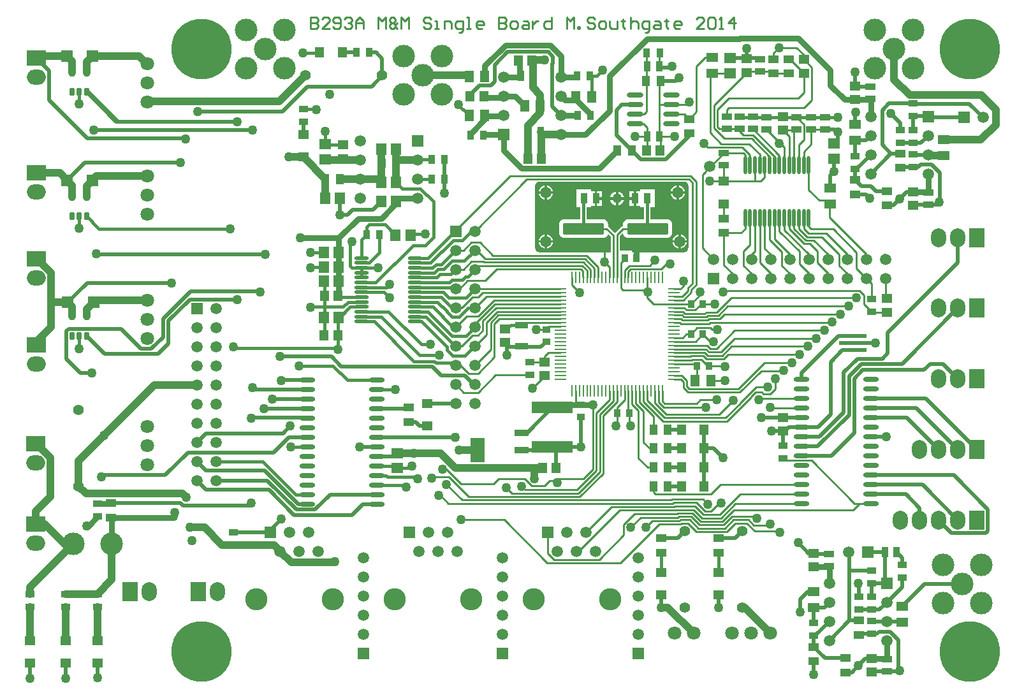
<source format=gtl>
%FSAX43Y43*%
%MOMM*%
G71*
G01*
G75*
G04 Layer_Physical_Order=1*
G04 Layer_Color=255*
%ADD10R,1.450X1.150*%
%ADD11R,1.300X0.850*%
%ADD12R,1.350X0.950*%
%ADD13R,1.400X1.050*%
%ADD14R,1.500X1.250*%
%ADD15R,0.950X1.350*%
%ADD16O,2.050X0.600*%
%ADD17R,1.050X1.400*%
%ADD18R,0.850X1.300*%
%ADD19O,2.200X0.600*%
%ADD20R,1.250X1.500*%
%ADD21R,1.150X1.450*%
%ADD22R,1.400X1.200*%
%ADD23R,1.550X1.350*%
%ADD24R,1.350X1.550*%
%ADD25O,1.900X0.450*%
G04:AMPARAMS|DCode=26|XSize=5.5mm|YSize=1.5mm|CornerRadius=0.188mm|HoleSize=0mm|Usage=FLASHONLY|Rotation=180.000|XOffset=0mm|YOffset=0mm|HoleType=Round|Shape=RoundedRectangle|*
%AMROUNDEDRECTD26*
21,1,5.500,1.125,0,0,180.0*
21,1,5.125,1.500,0,0,180.0*
1,1,0.375,-2.563,0.563*
1,1,0.375,2.563,0.563*
1,1,0.375,2.563,-0.563*
1,1,0.375,-2.563,-0.563*
%
%ADD26ROUNDEDRECTD26*%
%ADD27R,1.800X0.600*%
%ADD28R,0.900X1.000*%
%ADD29R,1.200X1.400*%
%ADD30R,1.000X0.900*%
%ADD31R,5.400X1.550*%
%ADD32R,1.700X0.950*%
%ADD33R,1.900X0.900*%
%ADD34R,1.900X3.200*%
%ADD35R,1.524X1.524*%
G04:AMPARAMS|DCode=36|XSize=0.6mm|YSize=1mm|CornerRadius=0.075mm|HoleSize=0mm|Usage=FLASHONLY|Rotation=0.000|XOffset=0mm|YOffset=0mm|HoleType=Round|Shape=RoundedRectangle|*
%AMROUNDEDRECTD36*
21,1,0.600,0.850,0,0,0.0*
21,1,0.450,1.000,0,0,0.0*
1,1,0.150,0.225,-0.425*
1,1,0.150,-0.225,-0.425*
1,1,0.150,-0.225,0.425*
1,1,0.150,0.225,0.425*
%
%ADD36ROUNDEDRECTD36*%
%ADD37O,0.250X1.550*%
%ADD38O,1.550X0.250*%
%ADD39O,0.450X2.400*%
%ADD40C,0.250*%
%ADD41C,0.500*%
%ADD42C,0.450*%
%ADD43C,1.000*%
%ADD44C,0.750*%
%ADD45C,0.254*%
%ADD46R,1.500X1.500*%
%ADD47C,1.500*%
%ADD48C,3.000*%
%ADD49R,2.000X2.500*%
%ADD50O,2.000X2.500*%
%ADD51C,1.400*%
%ADD52R,1.500X1.500*%
%ADD53C,1.800*%
%ADD54C,8.000*%
%ADD55R,2.500X2.000*%
%ADD56O,2.500X2.000*%
%ADD57R,1.500X1.500*%
%ADD58C,2.950*%
%ADD59C,1.500*%
%ADD60C,1.270*%
G36*
X0294310Y0206931D02*
X0294508Y0206798D01*
X0294641Y0206600D01*
X0294685Y0206377D01*
X0294676Y0206366D01*
X0294676D01*
X0294688Y0198214D01*
X0294641Y0197980D01*
X0294508Y0197782D01*
X0294310Y0197649D01*
X0294087Y0197605D01*
X0294076Y0197614D01*
Y0197614D01*
X0287950Y0197611D01*
Y0196790D01*
X0287650D01*
Y0197610D01*
X0287240Y0197610D01*
X0287150Y0197700D01*
Y0197790D01*
X0285531D01*
Y0199803D01*
X0285882Y0200154D01*
X0286003Y0200113D01*
X0286018Y0199998D01*
X0286087Y0199831D01*
X0286197Y0199687D01*
X0286341Y0199577D01*
X0286508Y0199508D01*
X0286688Y0199484D01*
X0291812D01*
X0291992Y0199508D01*
X0292159Y0199577D01*
X0292303Y0199687D01*
X0292413Y0199831D01*
X0292482Y0199998D01*
X0292506Y0200178D01*
Y0201302D01*
X0292482Y0201482D01*
X0292413Y0201649D01*
X0292303Y0201793D01*
X0292159Y0201903D01*
X0291992Y0201972D01*
X0291812Y0201996D01*
X0289633D01*
Y0203565D01*
X0290175D01*
Y0205915D01*
X0288225D01*
Y0205715D01*
X0287750D01*
Y0204740D01*
Y0203765D01*
X0288225D01*
Y0203565D01*
X0288767D01*
Y0201996D01*
X0286688D01*
X0286508Y0201972D01*
X0286341Y0201903D01*
X0286197Y0201793D01*
X0286087Y0201649D01*
X0286018Y0201482D01*
X0285994Y0201302D01*
Y0201070D01*
X0285873Y0201046D01*
X0285838Y0201022D01*
X0285766Y0200974D01*
X0284966Y0200174D01*
X0284846Y0200163D01*
X0284034Y0200974D01*
X0284006Y0200993D01*
Y0201302D01*
X0283982Y0201482D01*
X0283913Y0201649D01*
X0283803Y0201793D01*
X0283659Y0201903D01*
X0283492Y0201972D01*
X0283312Y0201996D01*
X0281183D01*
Y0203565D01*
X0281775D01*
Y0203765D01*
X0282250D01*
Y0204740D01*
Y0205715D01*
X0281775D01*
Y0205915D01*
X0279825D01*
Y0203565D01*
X0280317D01*
Y0201996D01*
X0278188D01*
X0278008Y0201972D01*
X0277841Y0201903D01*
X0277697Y0201793D01*
X0277587Y0201649D01*
X0277518Y0201482D01*
X0277494Y0201302D01*
Y0200178D01*
X0277518Y0199998D01*
X0277587Y0199831D01*
X0277697Y0199687D01*
X0277841Y0199577D01*
X0278008Y0199508D01*
X0278188Y0199484D01*
X0283312D01*
X0283492Y0199508D01*
X0283659Y0199577D01*
X0283803Y0199687D01*
X0283913Y0199831D01*
X0283965Y0199957D01*
X0284090Y0199982D01*
X0284369Y0199703D01*
Y0197608D01*
X0274924Y0197603D01*
X0274690Y0197649D01*
X0274492Y0197782D01*
X0274359Y0197980D01*
X0274315Y0198203D01*
X0274324Y0198214D01*
X0274324D01*
X0274312Y0206366D01*
X0274359Y0206600D01*
X0274492Y0206798D01*
X0274690Y0206931D01*
X0274783Y0206949D01*
X0294217D01*
X0294310Y0206931D01*
D02*
G37*
%LPC*%
G36*
X0293650Y0199963D02*
Y0199190D01*
X0294423D01*
X0294411Y0199284D01*
X0294317Y0199512D01*
X0294167Y0199707D01*
X0293972Y0199857D01*
X0293744Y0199951D01*
X0293650Y0199963D01*
D02*
G37*
G36*
X0293350D02*
X0293256Y0199951D01*
X0293028Y0199857D01*
X0292833Y0199707D01*
X0292683Y0199512D01*
X0292589Y0199284D01*
X0292577Y0199190D01*
X0293350D01*
Y0199963D01*
D02*
G37*
G36*
X0285050Y0204590D02*
X0284277D01*
X0284289Y0204496D01*
X0284383Y0204268D01*
X0284533Y0204073D01*
X0284728Y0203923D01*
X0284956Y0203829D01*
X0285050Y0203817D01*
Y0204590D01*
D02*
G37*
G36*
X0287450D02*
X0286825D01*
Y0203765D01*
X0287450D01*
Y0204590D01*
D02*
G37*
G36*
X0283175D02*
X0282550D01*
Y0203765D01*
X0283175D01*
Y0204590D01*
D02*
G37*
G36*
X0293350Y0198890D02*
X0292577D01*
X0292589Y0198796D01*
X0292683Y0198568D01*
X0292833Y0198373D01*
X0293028Y0198223D01*
X0293256Y0198129D01*
X0293350Y0198117D01*
Y0198890D01*
D02*
G37*
G36*
X0276673D02*
X0275900D01*
Y0198117D01*
X0275994Y0198129D01*
X0276222Y0198223D01*
X0276417Y0198373D01*
X0276567Y0198568D01*
X0276661Y0198796D01*
X0276673Y0198890D01*
D02*
G37*
G36*
X0275600D02*
X0274827D01*
X0274839Y0198796D01*
X0274933Y0198568D01*
X0275083Y0198373D01*
X0275278Y0198223D01*
X0275506Y0198129D01*
X0275600Y0198117D01*
Y0198890D01*
D02*
G37*
G36*
X0275900Y0199963D02*
Y0199190D01*
X0276673D01*
X0276661Y0199284D01*
X0276567Y0199512D01*
X0276417Y0199707D01*
X0276222Y0199857D01*
X0275994Y0199951D01*
X0275900Y0199963D01*
D02*
G37*
G36*
X0275600D02*
X0275506Y0199951D01*
X0275278Y0199857D01*
X0275083Y0199707D01*
X0274933Y0199512D01*
X0274839Y0199284D01*
X0274827Y0199190D01*
X0275600D01*
Y0199963D01*
D02*
G37*
G36*
X0294423Y0198890D02*
X0293650D01*
Y0198117D01*
X0293744Y0198129D01*
X0293972Y0198223D01*
X0294167Y0198373D01*
X0294317Y0198568D01*
X0294411Y0198796D01*
X0294423Y0198890D01*
D02*
G37*
G36*
X0286123Y0204590D02*
X0285350D01*
Y0203817D01*
X0285444Y0203829D01*
X0285672Y0203923D01*
X0285867Y0204073D01*
X0286017Y0204268D01*
X0286111Y0204496D01*
X0286123Y0204590D01*
D02*
G37*
G36*
X0275600Y0206463D02*
X0275506Y0206451D01*
X0275278Y0206357D01*
X0275083Y0206207D01*
X0274933Y0206012D01*
X0274839Y0205784D01*
X0274827Y0205690D01*
X0275600D01*
Y0206463D01*
D02*
G37*
G36*
X0287450Y0205715D02*
X0286825D01*
Y0204890D01*
X0287450D01*
Y0205715D01*
D02*
G37*
G36*
X0285350Y0205663D02*
Y0204890D01*
X0286123D01*
X0286111Y0204984D01*
X0286017Y0205212D01*
X0285867Y0205407D01*
X0285672Y0205557D01*
X0285444Y0205651D01*
X0285350Y0205663D01*
D02*
G37*
G36*
X0293400Y0206463D02*
Y0205690D01*
X0294173D01*
X0294161Y0205784D01*
X0294067Y0206012D01*
X0293917Y0206207D01*
X0293722Y0206357D01*
X0293494Y0206451D01*
X0293400Y0206463D01*
D02*
G37*
G36*
X0293100D02*
X0293006Y0206451D01*
X0292778Y0206357D01*
X0292583Y0206207D01*
X0292433Y0206012D01*
X0292339Y0205784D01*
X0292327Y0205690D01*
X0293100D01*
Y0206463D01*
D02*
G37*
G36*
X0275900D02*
Y0205690D01*
X0276673D01*
X0276661Y0205784D01*
X0276567Y0206012D01*
X0276417Y0206207D01*
X0276222Y0206357D01*
X0275994Y0206451D01*
X0275900Y0206463D01*
D02*
G37*
G36*
X0293100Y0205390D02*
X0292327D01*
X0292339Y0205296D01*
X0292433Y0205068D01*
X0292583Y0204873D01*
X0292778Y0204723D01*
X0293006Y0204629D01*
X0293100Y0204617D01*
Y0205390D01*
D02*
G37*
G36*
X0276673D02*
X0275900D01*
Y0204617D01*
X0275994Y0204629D01*
X0276222Y0204723D01*
X0276417Y0204873D01*
X0276567Y0205068D01*
X0276661Y0205296D01*
X0276673Y0205390D01*
D02*
G37*
G36*
X0275600D02*
X0274827D01*
X0274839Y0205296D01*
X0274933Y0205068D01*
X0275083Y0204873D01*
X0275278Y0204723D01*
X0275506Y0204629D01*
X0275600Y0204617D01*
Y0205390D01*
D02*
G37*
G36*
X0285050Y0205663D02*
X0284956Y0205651D01*
X0284728Y0205557D01*
X0284533Y0205407D01*
X0284383Y0205212D01*
X0284289Y0204984D01*
X0284277Y0204890D01*
X0285050D01*
Y0205663D01*
D02*
G37*
G36*
X0283175Y0205715D02*
X0282550D01*
Y0204890D01*
X0283175D01*
Y0205715D01*
D02*
G37*
G36*
X0294173Y0205390D02*
X0293400D01*
Y0204617D01*
X0293494Y0204629D01*
X0293722Y0204723D01*
X0293917Y0204873D01*
X0294067Y0205068D01*
X0294161Y0205296D01*
X0294173Y0205390D01*
D02*
G37*
%LPD*%
D10*
X0319040Y0143650D02*
D03*
Y0141850D02*
D03*
X0324540Y0205650D02*
D03*
Y0203850D02*
D03*
X0311290Y0155850D02*
D03*
Y0157650D02*
D03*
X0248800Y0210040D02*
D03*
Y0211840D02*
D03*
X0307200Y0215640D02*
D03*
Y0213840D02*
D03*
X0310000Y0223190D02*
D03*
Y0221390D02*
D03*
X0302400Y0223290D02*
D03*
Y0221490D02*
D03*
X0316790Y0217850D02*
D03*
Y0219650D02*
D03*
X0321000Y0189640D02*
D03*
Y0191440D02*
D03*
X0307200Y0175640D02*
D03*
Y0173840D02*
D03*
X0275600Y0183040D02*
D03*
Y0181240D02*
D03*
X0270350Y0187440D02*
D03*
Y0185640D02*
D03*
D11*
X0324540Y0215650D02*
D03*
Y0217350D02*
D03*
Y0213850D02*
D03*
Y0212150D02*
D03*
X0316790Y0210350D02*
D03*
Y0208650D02*
D03*
X0324540Y0210600D02*
D03*
Y0208900D02*
D03*
X0322790Y0212150D02*
D03*
Y0213850D02*
D03*
X0319040Y0153650D02*
D03*
Y0155350D02*
D03*
X0323040Y0156100D02*
D03*
Y0154400D02*
D03*
X0319040Y0148600D02*
D03*
Y0146900D02*
D03*
X0319040Y0151850D02*
D03*
Y0150150D02*
D03*
X0317290D02*
D03*
Y0151850D02*
D03*
X0311290Y0148350D02*
D03*
Y0146650D02*
D03*
X0243600Y0214890D02*
D03*
Y0216590D02*
D03*
X0319000Y0191390D02*
D03*
Y0189690D02*
D03*
X0307200Y0170190D02*
D03*
Y0171890D02*
D03*
X0273600Y0181290D02*
D03*
Y0182990D02*
D03*
X0234250Y0160390D02*
D03*
Y0158690D02*
D03*
X0216200Y0164190D02*
D03*
Y0162490D02*
D03*
X0212000Y0152190D02*
D03*
Y0150490D02*
D03*
X0207200Y0152190D02*
D03*
Y0150490D02*
D03*
X0216200Y0152190D02*
D03*
Y0150490D02*
D03*
D12*
X0326540Y0205550D02*
D03*
Y0203950D02*
D03*
X0321040Y0143550D02*
D03*
Y0141950D02*
D03*
X0313290Y0155950D02*
D03*
Y0157550D02*
D03*
X0312800Y0215540D02*
D03*
Y0213940D02*
D03*
X0311000Y0215540D02*
D03*
X0311000Y0213940D02*
D03*
X0309000Y0215540D02*
D03*
X0309000Y0213940D02*
D03*
X0304200Y0223190D02*
D03*
X0304200Y0221590D02*
D03*
X0305000Y0215540D02*
D03*
X0305000Y0213940D02*
D03*
X0303250Y0215590D02*
D03*
Y0213990D02*
D03*
X0301500Y0215590D02*
D03*
X0301500Y0213990D02*
D03*
X0299750Y0215590D02*
D03*
Y0213990D02*
D03*
X0299400Y0210740D02*
D03*
X0299400Y0209140D02*
D03*
X0318790Y0217950D02*
D03*
Y0219550D02*
D03*
D13*
X0321040Y0205700D02*
D03*
Y0203800D02*
D03*
X0322790Y0208800D02*
D03*
Y0210700D02*
D03*
X0316790Y0205300D02*
D03*
Y0207200D02*
D03*
X0317290Y0146800D02*
D03*
Y0148700D02*
D03*
X0315540Y0143700D02*
D03*
Y0141800D02*
D03*
X0311290Y0143300D02*
D03*
Y0145200D02*
D03*
X0294800Y0213390D02*
D03*
Y0215290D02*
D03*
X0308000Y0223240D02*
D03*
Y0221340D02*
D03*
X0306000Y0221340D02*
D03*
Y0223240D02*
D03*
X0299400Y0200190D02*
D03*
Y0202090D02*
D03*
X0257500Y0175090D02*
D03*
Y0176990D02*
D03*
X0218000Y0164290D02*
D03*
Y0162390D02*
D03*
X0291045Y0159625D02*
D03*
Y0157725D02*
D03*
X0298665D02*
D03*
Y0159625D02*
D03*
D14*
X0316790Y0214550D02*
D03*
Y0212450D02*
D03*
X0323040Y0150550D02*
D03*
Y0148450D02*
D03*
X0311290Y0152550D02*
D03*
Y0150450D02*
D03*
X0297800Y0221340D02*
D03*
Y0223440D02*
D03*
X0313500Y0206090D02*
D03*
Y0203990D02*
D03*
X0328540Y0212550D02*
D03*
Y0210450D02*
D03*
D15*
X0322340Y0157750D02*
D03*
X0320740D02*
D03*
X0290800Y0222290D02*
D03*
X0289200Y0222290D02*
D03*
X0275050Y0213540D02*
D03*
X0273450Y0213540D02*
D03*
X0272450Y0221040D02*
D03*
X0274050D02*
D03*
X0280800Y0204740D02*
D03*
X0282400D02*
D03*
X0289200D02*
D03*
X0287600D02*
D03*
X0289200Y0212940D02*
D03*
X0290800D02*
D03*
D16*
X0253270Y0164165D02*
D03*
Y0165435D02*
D03*
Y0166705D02*
D03*
Y0167975D02*
D03*
Y0169245D02*
D03*
Y0170515D02*
D03*
Y0171785D02*
D03*
Y0173055D02*
D03*
Y0174325D02*
D03*
Y0175595D02*
D03*
Y0176865D02*
D03*
Y0178135D02*
D03*
Y0179405D02*
D03*
Y0180675D02*
D03*
X0244070Y0164165D02*
D03*
Y0165435D02*
D03*
Y0166705D02*
D03*
Y0167975D02*
D03*
Y0169245D02*
D03*
Y0170515D02*
D03*
Y0171785D02*
D03*
Y0173055D02*
D03*
Y0174325D02*
D03*
Y0175595D02*
D03*
Y0176865D02*
D03*
Y0178135D02*
D03*
Y0179405D02*
D03*
Y0180675D02*
D03*
X0309695Y0180720D02*
D03*
Y0179450D02*
D03*
Y0178180D02*
D03*
Y0176910D02*
D03*
Y0175640D02*
D03*
Y0174370D02*
D03*
Y0173100D02*
D03*
Y0171830D02*
D03*
Y0170560D02*
D03*
Y0169290D02*
D03*
Y0168020D02*
D03*
Y0166750D02*
D03*
Y0165480D02*
D03*
Y0164210D02*
D03*
X0318895Y0180720D02*
D03*
Y0179450D02*
D03*
Y0178180D02*
D03*
Y0176910D02*
D03*
Y0175640D02*
D03*
Y0174370D02*
D03*
Y0173100D02*
D03*
Y0171830D02*
D03*
Y0170560D02*
D03*
Y0169290D02*
D03*
Y0168020D02*
D03*
Y0166750D02*
D03*
Y0165480D02*
D03*
Y0164210D02*
D03*
D17*
X0289050Y0220340D02*
D03*
X0290950Y0220340D02*
D03*
X0246450Y0207340D02*
D03*
X0248350D02*
D03*
X0285250Y0211140D02*
D03*
X0287150Y0211140D02*
D03*
X0291950Y0169040D02*
D03*
X0290050D02*
D03*
X0291950Y0166540D02*
D03*
X0290050D02*
D03*
X0291950Y0171540D02*
D03*
X0290050Y0171540D02*
D03*
X0291950Y0174040D02*
D03*
X0290050D02*
D03*
D18*
X0289150Y0224040D02*
D03*
X0290850Y0224040D02*
D03*
X0279950Y0215740D02*
D03*
X0281650D02*
D03*
X0279910Y0221030D02*
D03*
X0281610Y0221030D02*
D03*
X0267450Y0213140D02*
D03*
X0265750D02*
D03*
X0254020Y0209400D02*
D03*
X0255720D02*
D03*
X0262250Y0209940D02*
D03*
X0260550D02*
D03*
Y0207340D02*
D03*
X0262250D02*
D03*
X0251950Y0199940D02*
D03*
X0253650D02*
D03*
X0252250Y0224140D02*
D03*
X0250550D02*
D03*
D19*
X0287600Y0218445D02*
D03*
Y0217175D02*
D03*
Y0215905D02*
D03*
Y0214635D02*
D03*
X0292400Y0218445D02*
D03*
Y0217175D02*
D03*
X0292400Y0215905D02*
D03*
X0292400Y0214635D02*
D03*
D20*
X0279710Y0218230D02*
D03*
X0281810D02*
D03*
X0272910Y0217030D02*
D03*
X0275010Y0217030D02*
D03*
X0265550Y0220940D02*
D03*
X0267650Y0220940D02*
D03*
X0267650Y0215740D02*
D03*
X0265550D02*
D03*
X0297650Y0180540D02*
D03*
X0295550D02*
D03*
D21*
X0275150Y0210040D02*
D03*
X0273350D02*
D03*
X0272100Y0223040D02*
D03*
X0273900Y0223040D02*
D03*
X0265700Y0218340D02*
D03*
X0267500Y0218340D02*
D03*
X0246350Y0191820D02*
D03*
X0248150D02*
D03*
X0248100Y0186540D02*
D03*
X0246300D02*
D03*
X0289100Y0211140D02*
D03*
X0290900D02*
D03*
X0275300Y0168940D02*
D03*
X0277100D02*
D03*
D22*
X0243600Y0213240D02*
D03*
Y0210240D02*
D03*
X0299400Y0207040D02*
D03*
Y0204040D02*
D03*
X0260000Y0177540D02*
D03*
Y0174540D02*
D03*
X0207200Y0146040D02*
D03*
Y0143040D02*
D03*
X0212000D02*
D03*
Y0146040D02*
D03*
X0298665Y0152095D02*
D03*
Y0155095D02*
D03*
X0291045D02*
D03*
Y0152095D02*
D03*
X0216200Y0146040D02*
D03*
Y0143040D02*
D03*
D23*
X0246400Y0211940D02*
D03*
Y0209940D02*
D03*
X0314000Y0210040D02*
D03*
Y0212040D02*
D03*
X0300200Y0223390D02*
D03*
Y0221390D02*
D03*
X0256000Y0168940D02*
D03*
Y0170940D02*
D03*
D24*
X0255870Y0204320D02*
D03*
X0253870D02*
D03*
X0255870Y0206860D02*
D03*
X0253870D02*
D03*
X0255870Y0211305D02*
D03*
X0253870D02*
D03*
X0248400Y0204740D02*
D03*
X0246400D02*
D03*
X0255775Y0199875D02*
D03*
X0257775D02*
D03*
X0246250Y0197535D02*
D03*
X0248250D02*
D03*
X0246250Y0195630D02*
D03*
X0248250D02*
D03*
Y0193725D02*
D03*
X0246250D02*
D03*
X0248250Y0188915D02*
D03*
X0246250D02*
D03*
D25*
X0251260Y0196840D02*
D03*
Y0196190D02*
D03*
Y0195540D02*
D03*
Y0194890D02*
D03*
Y0194240D02*
D03*
Y0193590D02*
D03*
Y0192940D02*
D03*
Y0192290D02*
D03*
Y0191640D02*
D03*
Y0190990D02*
D03*
Y0190340D02*
D03*
Y0189690D02*
D03*
Y0189040D02*
D03*
Y0188390D02*
D03*
X0258360Y0196840D02*
D03*
Y0196190D02*
D03*
Y0195540D02*
D03*
Y0194890D02*
D03*
Y0194240D02*
D03*
Y0193590D02*
D03*
Y0192940D02*
D03*
Y0192290D02*
D03*
Y0191640D02*
D03*
Y0190990D02*
D03*
Y0190340D02*
D03*
Y0189690D02*
D03*
Y0189040D02*
D03*
Y0188390D02*
D03*
D26*
X0280750Y0200740D02*
D03*
X0289250D02*
D03*
D27*
X0317500Y0184590D02*
D03*
Y0186490D02*
D03*
X0315500Y0185540D02*
D03*
D28*
X0295000Y0190740D02*
D03*
X0296600D02*
D03*
X0295000Y0186740D02*
D03*
X0296600D02*
D03*
X0295800Y0182540D02*
D03*
X0297400D02*
D03*
X0286800Y0176240D02*
D03*
X0285200D02*
D03*
X0286200Y0196790D02*
D03*
X0287800D02*
D03*
D29*
X0296750Y0171540D02*
D03*
X0293750D02*
D03*
X0296750Y0166540D02*
D03*
X0293750D02*
D03*
X0296750Y0169040D02*
D03*
X0293750Y0169040D02*
D03*
X0296750Y0174040D02*
D03*
X0293750Y0174040D02*
D03*
X0248700Y0224140D02*
D03*
X0245700D02*
D03*
D30*
X0280400Y0177340D02*
D03*
Y0175740D02*
D03*
X0275800Y0187340D02*
D03*
Y0185740D02*
D03*
D31*
X0276600Y0176965D02*
D03*
Y0171715D02*
D03*
D32*
X0272550Y0187940D02*
D03*
Y0185140D02*
D03*
D33*
X0272550Y0169040D02*
D03*
Y0171340D02*
D03*
Y0173640D02*
D03*
D34*
X0266650Y0171340D02*
D03*
D35*
X0215700Y0190975D02*
D03*
X0212271D02*
D03*
X0215570Y0223690D02*
D03*
X0212141D02*
D03*
X0215570Y0207180D02*
D03*
X0212141D02*
D03*
D36*
X0212845Y0189100D02*
D03*
X0214745Y0186500D02*
D03*
X0213795D02*
D03*
X0212845D02*
D03*
X0214745Y0189100D02*
D03*
X0212845Y0204975D02*
D03*
X0214745Y0202375D02*
D03*
X0213795D02*
D03*
X0212845D02*
D03*
X0214745Y0204975D02*
D03*
X0212845Y0221485D02*
D03*
X0214745Y0218885D02*
D03*
X0213795D02*
D03*
X0212845D02*
D03*
X0214745Y0221485D02*
D03*
D37*
X0279200Y0179215D02*
D03*
X0279700D02*
D03*
X0280200D02*
D03*
X0280700D02*
D03*
X0281200D02*
D03*
X0281700D02*
D03*
X0282200D02*
D03*
X0282700D02*
D03*
X0283200D02*
D03*
X0283700D02*
D03*
X0284200D02*
D03*
X0284700D02*
D03*
X0285200D02*
D03*
X0285700D02*
D03*
X0286200D02*
D03*
X0286700D02*
D03*
X0287200D02*
D03*
X0287700D02*
D03*
X0288200D02*
D03*
X0288700D02*
D03*
X0289200D02*
D03*
X0289700D02*
D03*
X0290200D02*
D03*
X0290700D02*
D03*
X0291200D02*
D03*
Y0194265D02*
D03*
X0290700D02*
D03*
X0290200D02*
D03*
X0289700D02*
D03*
X0289200D02*
D03*
X0288700D02*
D03*
X0288200D02*
D03*
X0287700D02*
D03*
X0287200D02*
D03*
X0286700D02*
D03*
X0286200D02*
D03*
X0285700D02*
D03*
X0285200D02*
D03*
X0284700D02*
D03*
X0284200D02*
D03*
X0283700D02*
D03*
X0283200D02*
D03*
X0282700D02*
D03*
X0282200D02*
D03*
X0281700D02*
D03*
X0281200D02*
D03*
X0280700D02*
D03*
X0280200D02*
D03*
X0279700D02*
D03*
X0279200D02*
D03*
D38*
X0292725Y0180740D02*
D03*
Y0181240D02*
D03*
Y0181740D02*
D03*
Y0182240D02*
D03*
Y0182740D02*
D03*
Y0183240D02*
D03*
Y0183740D02*
D03*
Y0184240D02*
D03*
Y0184740D02*
D03*
Y0185240D02*
D03*
Y0185740D02*
D03*
Y0186240D02*
D03*
Y0186740D02*
D03*
Y0187240D02*
D03*
Y0187740D02*
D03*
Y0188240D02*
D03*
Y0188740D02*
D03*
Y0189240D02*
D03*
Y0189740D02*
D03*
Y0190240D02*
D03*
Y0190740D02*
D03*
Y0191240D02*
D03*
Y0191740D02*
D03*
Y0192240D02*
D03*
Y0192740D02*
D03*
X0277675D02*
D03*
Y0192240D02*
D03*
Y0191740D02*
D03*
Y0191240D02*
D03*
Y0190740D02*
D03*
Y0190240D02*
D03*
Y0189740D02*
D03*
Y0189240D02*
D03*
Y0188740D02*
D03*
Y0188240D02*
D03*
Y0187740D02*
D03*
Y0187240D02*
D03*
Y0186740D02*
D03*
Y0186240D02*
D03*
Y0185740D02*
D03*
Y0185240D02*
D03*
Y0184740D02*
D03*
Y0184240D02*
D03*
Y0183740D02*
D03*
Y0183240D02*
D03*
Y0182740D02*
D03*
Y0182240D02*
D03*
Y0181740D02*
D03*
Y0181240D02*
D03*
Y0180740D02*
D03*
D39*
X0302210Y0202185D02*
D03*
X0302860D02*
D03*
X0303510D02*
D03*
X0304160D02*
D03*
X0304810D02*
D03*
X0305460D02*
D03*
X0306110D02*
D03*
X0306760D02*
D03*
X0307410D02*
D03*
X0308060D02*
D03*
X0308710D02*
D03*
X0309360D02*
D03*
X0310010D02*
D03*
X0310660D02*
D03*
X0302210Y0209185D02*
D03*
X0302860D02*
D03*
X0303510D02*
D03*
X0304160D02*
D03*
X0304810D02*
D03*
X0305460D02*
D03*
X0306110D02*
D03*
X0306760D02*
D03*
X0307410D02*
D03*
X0308060D02*
D03*
X0308710D02*
D03*
X0309360D02*
D03*
X0310010D02*
D03*
X0310660D02*
D03*
D40*
X0312600Y0213940D02*
X0312700Y0213840D01*
X0314375Y0213415D02*
X0314500Y0213290D01*
X0291000Y0211140D02*
X0291000Y0212740D01*
X0313400Y0202200D02*
Y0204490D01*
X0320610Y0197280D02*
X0320860D01*
X0289200Y0211140D02*
Y0211240D01*
X0307301Y0181841D02*
X0307327D01*
X0309450Y0183990D02*
X0309476D01*
X0312675Y0187215D02*
X0312701D01*
X0314824Y0189364D02*
X0314850D01*
X0299893Y0190439D02*
X0315925D01*
X0289150Y0220340D02*
Y0223740D01*
X0289150Y0216290D02*
X0289150Y0220340D01*
X0306650Y0212290D02*
X0307410Y0211530D01*
X0296540Y0207890D02*
X0299390Y0210740D01*
X0294600Y0190740D02*
X0294800Y0190540D01*
X0289200Y0191590D02*
Y0192540D01*
X0266300Y0200365D02*
X0273216Y0207281D01*
X0280800Y0200790D02*
Y0204740D01*
X0280750Y0200740D02*
X0280800Y0200790D01*
X0294003Y0193104D02*
Y0193748D01*
X0293639Y0192740D02*
X0294003Y0193104D01*
X0292725Y0192740D02*
X0293639D01*
X0294604Y0179015D02*
X0298596D01*
X0294021Y0179598D02*
X0294604Y0179015D01*
X0294021Y0179598D02*
Y0180383D01*
X0293664Y0180740D02*
X0294021Y0180383D01*
X0298596Y0179015D02*
X0298596Y0179015D01*
X0292725Y0180740D02*
X0293664D01*
X0298596Y0179015D02*
X0301510D01*
X0304336Y0181841D01*
X0293801Y0181240D02*
X0294471Y0180570D01*
Y0179784D02*
X0294790Y0179465D01*
X0294471Y0179784D02*
Y0180570D01*
X0292725Y0181240D02*
X0293801D01*
X0317398Y0192500D02*
X0317960Y0191938D01*
Y0190730D02*
Y0191938D01*
Y0190730D02*
X0319000Y0189690D01*
X0288050Y0170240D02*
X0289250Y0169040D01*
X0288050Y0170240D02*
Y0176535D01*
X0301560Y0177594D02*
X0303683Y0179717D01*
X0301560Y0177542D02*
Y0177594D01*
X0299634Y0175616D02*
X0301560Y0177542D01*
X0299820Y0175166D02*
X0303040Y0178386D01*
X0298726Y0176066D02*
X0300600Y0177940D01*
X0291328Y0175166D02*
X0299820D01*
X0303040Y0178386D02*
Y0178438D01*
X0291515Y0175616D02*
X0299634D01*
X0291701Y0176066D02*
X0298726D01*
X0291500Y0177540D02*
X0295800D01*
X0291200Y0177840D02*
X0291500Y0177540D01*
X0291200Y0177840D02*
Y0179215D01*
X0298468Y0189650D02*
X0300358Y0191540D01*
X0297043Y0189650D02*
X0298468D01*
X0298654Y0189200D02*
X0299893Y0190439D01*
X0297229Y0189200D02*
X0298654D01*
X0299455Y0189364D02*
X0314824D01*
X0298840Y0188750D02*
X0299455Y0189364D01*
X0297416Y0188750D02*
X0298840D01*
X0297231Y0188565D02*
X0297416Y0188750D01*
X0297602Y0188300D02*
X0313760D01*
X0297417Y0188115D02*
X0297602Y0188300D01*
X0293856Y0188565D02*
X0297231D01*
X0293670Y0188115D02*
X0297417D01*
X0295825Y0187565D02*
X0297575D01*
X0297044Y0189015D02*
X0297229Y0189200D01*
X0294043Y0189015D02*
X0297044D01*
X0295000Y0186740D02*
X0295825Y0187565D01*
X0296858Y0189465D02*
X0297043Y0189650D01*
X0294229Y0189465D02*
X0296858D01*
X0296600Y0190740D02*
X0298200D01*
X0304640Y0178757D02*
X0305575D01*
X0304397Y0179000D02*
X0304640Y0178757D01*
X0303602Y0179000D02*
X0304397D01*
X0303040Y0178438D02*
X0303602Y0179000D01*
X0303683Y0179717D02*
X0305177D01*
X0289200Y0192540D02*
Y0194265D01*
X0289200Y0192540D02*
X0289200Y0192540D01*
X0286000Y0192540D02*
X0289200D01*
X0289200Y0191590D02*
X0290050Y0190740D01*
X0292725D01*
X0273000Y0166040D02*
X0279886D01*
X0282450Y0168604D01*
X0280063Y0165580D02*
X0282900Y0168417D01*
X0280249Y0165130D02*
X0283350Y0168231D01*
X0276250Y0167290D02*
X0277250D01*
X0275540Y0166580D02*
X0276250Y0167290D01*
X0273852Y0166580D02*
X0275540D01*
X0294415Y0189915D02*
X0295585D01*
X0293545Y0188240D02*
X0293670Y0188115D01*
X0293681Y0188740D02*
X0293856Y0188565D01*
X0293818Y0189240D02*
X0294043Y0189015D01*
X0293954Y0189740D02*
X0294229Y0189465D01*
X0294090Y0190240D02*
X0294415Y0189915D01*
X0295585D02*
X0296410Y0190740D01*
X0296600D01*
X0302441Y0161605D02*
X0303466Y0160580D01*
X0305290Y0161330D02*
X0305500Y0161540D01*
X0303352Y0161330D02*
X0305290D01*
X0302627Y0162055D02*
X0303352Y0161330D01*
X0277250Y0167290D02*
X0277250Y0167290D01*
X0285700Y0192840D02*
X0286000Y0192540D01*
X0301836Y0211540D02*
X0302860Y0210516D01*
X0299400Y0210740D02*
X0302000D01*
X0292725Y0190240D02*
X0294090D01*
X0292725Y0189740D02*
X0293954D01*
X0292725Y0189240D02*
X0293818D01*
X0292725Y0188740D02*
X0293681D01*
X0292725Y0188240D02*
X0293545D01*
X0295600Y0185740D02*
X0296600Y0186740D01*
X0292725Y0185740D02*
X0295600D01*
X0294950Y0183740D02*
X0295025Y0183815D01*
X0292725Y0183740D02*
X0294950D01*
X0299400Y0195880D02*
Y0200190D01*
Y0195880D02*
X0300540Y0194740D01*
X0302005Y0197725D02*
X0302860Y0198580D01*
X0302005Y0195815D02*
Y0197725D01*
Y0195815D02*
X0303080Y0194740D01*
X0304160Y0196200D02*
Y0202185D01*
Y0196200D02*
X0305620Y0194740D01*
X0305460Y0199280D02*
X0307085Y0197655D01*
Y0195815D02*
Y0197655D01*
Y0195815D02*
X0308160Y0194740D01*
X0309400Y0196040D02*
X0310700Y0194740D01*
X0309400Y0196040D02*
Y0197740D01*
X0306760Y0200380D02*
X0309400Y0197740D01*
X0307410Y0200570D02*
X0310700Y0197280D01*
X0306110Y0199330D02*
Y0202185D01*
X0305460Y0199280D02*
Y0202185D01*
X0308150Y0223240D02*
X0310000Y0221390D01*
X0308000Y0223240D02*
X0308150D01*
X0306750Y0224790D02*
X0309000D01*
X0310000Y0223790D01*
Y0223190D02*
Y0223790D01*
X0308000Y0221340D02*
X0308000Y0221340D01*
X0306000Y0221340D02*
X0308000D01*
X0306000Y0223240D02*
Y0224040D01*
X0306750Y0224790D01*
X0304200Y0221590D02*
X0305750D01*
X0306000Y0221340D01*
X0308060Y0209185D02*
Y0212980D01*
X0307200Y0213840D02*
X0308060Y0212980D01*
X0305000Y0213940D02*
X0306650Y0212290D01*
X0306750D01*
X0306110Y0209185D02*
Y0210288D01*
X0290050Y0165740D02*
Y0166540D01*
Y0165740D02*
X0290275Y0165515D01*
X0297675D01*
X0298910Y0166750D01*
X0309695D01*
X0284465Y0163780D02*
X0292788D01*
X0285535Y0163330D02*
X0292975D01*
X0287482Y0162880D02*
X0293161D01*
X0286040Y0161438D02*
X0287482Y0162880D01*
X0288339Y0162379D02*
X0293297D01*
X0287000Y0161040D02*
X0288339Y0162379D01*
X0290796Y0161479D02*
X0293669D01*
X0285673Y0156355D02*
X0290796Y0161479D01*
X0296619Y0164807D02*
X0297264Y0164162D01*
X0292542Y0164807D02*
X0296619D01*
X0292416Y0164680D02*
X0292542Y0164807D01*
X0295711Y0164357D02*
X0296290Y0163778D01*
X0292729Y0164357D02*
X0295711D01*
X0292602Y0164230D02*
X0292729Y0164357D01*
X0296866Y0163202D02*
X0297662D01*
X0296290Y0163778D02*
X0296866Y0163202D01*
X0296290Y0163778D02*
Y0163778D01*
X0295693Y0163739D02*
X0296680Y0162752D01*
X0295390Y0163405D02*
X0296494Y0162302D01*
X0293050Y0163405D02*
X0295390D01*
X0295204Y0162955D02*
X0296307Y0161852D01*
X0293236Y0162955D02*
X0295204D01*
X0295017Y0162505D02*
X0296121Y0161402D01*
X0293423Y0162505D02*
X0295017D01*
X0294831Y0162055D02*
X0295934Y0160952D01*
X0293609Y0162055D02*
X0294831D01*
X0294645Y0161605D02*
X0295748Y0160502D01*
X0293795Y0161605D02*
X0294645D01*
X0290700Y0177704D02*
Y0179215D01*
X0290200Y0177567D02*
X0291701Y0176066D01*
X0290200Y0177567D02*
Y0179215D01*
X0289200Y0177931D02*
X0291515Y0175616D01*
X0289200Y0177931D02*
Y0179215D01*
X0288700Y0177794D02*
X0291328Y0175166D01*
X0288700Y0177794D02*
Y0179215D01*
X0288200Y0177658D02*
X0290050Y0175808D01*
X0288200Y0177658D02*
Y0179215D01*
X0287700Y0177522D02*
X0288700Y0176522D01*
X0287700Y0177522D02*
Y0179215D01*
X0287200Y0177385D02*
Y0179215D01*
Y0177385D02*
X0288050Y0176535D01*
X0288700Y0172340D02*
Y0176522D01*
X0290050Y0174790D02*
Y0175808D01*
X0298410Y0179465D02*
X0301323D01*
X0298410Y0179465D02*
X0298410Y0179465D01*
X0294790Y0179465D02*
X0298410D01*
X0301323Y0179465D02*
X0304800Y0182942D01*
X0295693Y0163739D02*
Y0163739D01*
X0293161Y0162880D02*
X0293236Y0162955D01*
X0293297Y0162379D02*
X0293423Y0162505D01*
X0293483Y0161929D02*
X0293609Y0162055D01*
X0289889Y0161929D02*
X0293483D01*
X0293669Y0161479D02*
X0293795Y0161605D01*
X0289000Y0161040D02*
X0289889Y0161929D01*
X0280085Y0157880D02*
X0285535Y0163330D01*
X0292975D02*
X0293050Y0163405D01*
X0281105Y0160420D02*
X0284465Y0163780D01*
X0292788D02*
X0292863Y0163855D01*
X0295577D01*
X0279835Y0157880D02*
X0280085D01*
X0283350Y0168231D02*
Y0175890D01*
X0280750Y0167540D02*
X0282000Y0168790D01*
X0277500Y0167540D02*
X0280750D01*
X0282000Y0168790D02*
Y0177340D01*
X0277250Y0167290D02*
X0277500Y0167540D01*
X0282450Y0168604D02*
Y0176263D01*
X0282900Y0168417D02*
Y0176076D01*
X0295577Y0163855D02*
X0295693Y0163739D01*
X0288700Y0172340D02*
X0289500Y0171540D01*
X0290050D01*
X0289250Y0169040D02*
X0290050D01*
X0316564Y0163354D02*
X0317420Y0164210D01*
X0286040Y0160025D02*
Y0161438D01*
X0282820Y0156805D02*
X0286040Y0160025D01*
X0303535Y0162505D02*
X0303750Y0162290D01*
X0275935Y0156355D02*
X0285673D01*
X0276025Y0157630D02*
X0276850Y0156805D01*
X0276025Y0157630D02*
Y0160420D01*
X0276850Y0156805D02*
X0282820D01*
X0270235Y0162055D02*
X0275935Y0156355D01*
X0264485Y0162055D02*
X0270235D01*
X0291710Y0196040D02*
X0292250D01*
X0291035Y0195365D02*
X0291710Y0196040D01*
X0286700Y0195051D02*
X0287014Y0195365D01*
X0286700Y0194265D02*
Y0195051D01*
X0281132Y0197165D02*
X0282700Y0195597D01*
Y0194265D02*
Y0195597D01*
X0280946Y0196715D02*
X0282200Y0195461D01*
Y0194265D02*
Y0195461D01*
X0280759Y0196265D02*
X0281700Y0195324D01*
Y0194265D02*
Y0195324D01*
X0280650Y0194315D02*
Y0195101D01*
X0280386Y0195365D02*
X0280650Y0195101D01*
X0285700Y0192840D02*
Y0194265D01*
X0281200D02*
Y0195188D01*
X0280573Y0195815D02*
X0281200Y0195188D01*
X0269225Y0195365D02*
X0280386D01*
X0306110Y0199330D02*
X0308160Y0197280D01*
X0306760Y0200380D02*
Y0202185D01*
X0307410Y0200570D02*
Y0202185D01*
X0308060Y0200680D02*
X0310000Y0198740D01*
X0308060Y0200680D02*
Y0202185D01*
X0308710Y0200721D02*
X0310241Y0199190D01*
X0308710Y0200721D02*
Y0202185D01*
X0309360Y0200707D02*
Y0202185D01*
Y0200707D02*
X0310427Y0199640D01*
X0310010Y0200694D02*
X0310614Y0200090D01*
X0310010Y0200694D02*
Y0202185D01*
X0310614Y0200090D02*
X0312970D01*
X0310427Y0199640D02*
X0312400D01*
X0310241Y0199190D02*
X0311330D01*
X0310000Y0198740D02*
X0310760D01*
X0311775Y0197725D01*
Y0196205D02*
Y0197725D01*
X0311330Y0199190D02*
X0313240Y0197280D01*
X0304810Y0198090D02*
Y0202185D01*
X0302860Y0198580D02*
Y0202185D01*
X0311000Y0200680D02*
X0313900D01*
X0310660Y0201020D02*
X0311000Y0200680D01*
X0310660Y0201020D02*
Y0202185D01*
X0304810Y0198090D02*
X0305620Y0197280D01*
X0306252Y0179434D02*
Y0180792D01*
X0305575Y0178757D02*
X0306252Y0179434D01*
X0283350Y0175890D02*
X0285200Y0177740D01*
X0282900Y0176076D02*
X0284700Y0177876D01*
X0282450Y0176263D02*
X0284200Y0178013D01*
X0285200Y0177740D02*
Y0179215D01*
X0284700Y0177876D02*
Y0179215D01*
X0284200Y0178013D02*
Y0179215D01*
X0286700Y0176340D02*
Y0179215D01*
Y0176340D02*
X0286800Y0176240D01*
X0285200Y0176990D02*
X0286200Y0177990D01*
Y0179215D01*
X0285200Y0176240D02*
Y0176990D01*
X0304800Y0182942D02*
X0308402D01*
X0304336Y0181841D02*
X0307301D01*
X0275800Y0187340D02*
X0276200Y0187740D01*
X0277675D01*
X0293750Y0173840D02*
X0293750Y0173840D01*
X0267524Y0196265D02*
X0280759D01*
X0267429Y0196360D02*
X0267524Y0196265D01*
X0265855Y0196360D02*
X0267429D01*
X0264780Y0195285D02*
X0265855Y0196360D01*
X0267680Y0193820D02*
X0269225Y0195365D01*
X0265343Y0193820D02*
X0267680D01*
X0268735Y0197165D02*
X0281132D01*
X0263760Y0197825D02*
X0264780D01*
X0310000Y0212540D02*
Y0214550D01*
X0309360Y0209185D02*
Y0211900D01*
X0310000Y0212540D01*
X0308710Y0213650D02*
X0308900Y0213840D01*
X0309000Y0213940D01*
X0307200Y0213840D02*
X0308900D01*
X0308710Y0209185D02*
Y0213650D01*
X0307410Y0209185D02*
Y0211530D01*
X0310010Y0209185D02*
Y0210950D01*
X0266830Y0195815D02*
X0280573D01*
X0273600Y0182990D02*
X0275550D01*
X0275600Y0183040D01*
Y0183740D01*
X0276100Y0184240D01*
X0277675D01*
X0263719Y0180045D02*
X0263760D01*
Y0195285D02*
X0264780D01*
X0263760Y0190205D02*
X0264538D01*
X0263760Y0187665D02*
X0265225Y0189130D01*
X0263760Y0185125D02*
X0264538D01*
X0276400Y0192740D02*
X0276400Y0192740D01*
X0277675D01*
X0264538Y0190205D02*
X0266003Y0191670D01*
X0266745D01*
X0263760Y0192745D02*
X0264268D01*
X0265343Y0193820D01*
X0280650Y0194315D02*
X0280700Y0194265D01*
X0266300Y0195285D02*
X0266830Y0195815D01*
X0266600Y0197825D02*
X0267710Y0196715D01*
X0266300Y0197825D02*
X0266600D01*
X0267710Y0196715D02*
X0280946D01*
X0292725Y0190740D02*
X0294600D01*
X0305000Y0213940D02*
X0305010D01*
X0306760Y0209185D02*
X0306800Y0209225D01*
X0309000Y0215540D02*
X0309010D01*
X0310000Y0214550D01*
X0305460Y0209185D02*
Y0210288D01*
X0288705Y0214635D02*
X0289200Y0214140D01*
X0287600Y0214635D02*
X0288705D01*
X0288765Y0215905D02*
X0289150Y0216290D01*
X0287600Y0215905D02*
X0288765D01*
X0290800Y0223690D02*
X0290850Y0223740D01*
X0290800Y0220190D02*
X0290950Y0220340D01*
X0290835Y0217175D02*
X0292400D01*
X0290800Y0217140D02*
X0290835Y0217175D01*
X0290800Y0217140D02*
Y0220190D01*
X0289200Y0212940D02*
X0289200Y0212940D01*
X0290900Y0212840D02*
X0291000Y0212740D01*
X0289200Y0211240D02*
X0289200Y0212940D01*
X0289200Y0211240D02*
X0289200Y0211240D01*
X0289100Y0211140D02*
X0289200Y0211240D01*
X0299400Y0200190D02*
X0301660D01*
X0302210Y0200740D01*
Y0202185D01*
X0299400Y0202090D02*
Y0204040D01*
X0299400Y0204040D02*
X0299400Y0204040D01*
X0303510Y0207130D02*
X0303600Y0207040D01*
X0313400Y0202200D02*
X0318320Y0197280D01*
X0302210Y0209185D02*
Y0210530D01*
X0302000Y0210740D02*
X0302210Y0210530D01*
X0302860Y0209185D02*
Y0210516D01*
X0303080Y0197280D02*
X0303510Y0197710D01*
Y0202185D01*
X0311775Y0196205D02*
X0313240Y0194740D01*
X0312400Y0199640D02*
X0314705Y0197335D01*
X0312970Y0200090D02*
X0315780Y0197280D01*
X0314705Y0195815D02*
Y0197335D01*
Y0195815D02*
X0315780Y0194740D01*
X0314824Y0189364D02*
X0314850Y0189390D01*
X0312675Y0187215D02*
X0312701Y0187241D01*
X0309450Y0183990D02*
X0309476Y0184016D01*
X0307301Y0181841D02*
X0307327Y0181867D01*
X0279700Y0177640D02*
Y0179215D01*
Y0177640D02*
X0279775Y0177565D01*
X0274545Y0187340D02*
X0275800D01*
X0290800Y0212940D02*
Y0217140D01*
Y0212940D02*
X0292800D01*
X0290800Y0212940D02*
X0290800Y0212940D01*
X0287600Y0212940D02*
X0289200D01*
Y0211240D02*
Y0212940D01*
Y0214140D01*
X0295800Y0180790D02*
Y0182540D01*
X0295550Y0180540D02*
X0295800Y0180790D01*
X0302500Y0221590D02*
X0304200D01*
X0302400Y0221490D02*
X0302500Y0221590D01*
X0297850Y0221390D02*
X0300200D01*
X0297800Y0221340D02*
X0297850Y0221390D01*
X0311000Y0211940D02*
Y0213940D01*
X0310010Y0210950D02*
X0311000Y0211940D01*
X0292400Y0217175D02*
X0294435D01*
X0294800Y0217540D01*
X0294800Y0215290D02*
X0295760Y0216250D01*
X0294185Y0215905D02*
X0294800Y0215290D01*
X0292400Y0215905D02*
X0294185D01*
X0289685Y0173855D02*
X0289700Y0173840D01*
X0292725Y0186240D02*
X0293900D01*
X0294400Y0186740D02*
X0295000D01*
X0293900Y0186240D02*
X0294400Y0186740D01*
X0292725Y0184240D02*
X0292750Y0184265D01*
X0313760Y0188300D02*
X0313776Y0188316D01*
X0264538Y0185125D02*
X0266003Y0186590D01*
X0266745D01*
X0269065Y0181290D02*
X0273600D01*
X0266745Y0178970D02*
X0269065Y0181290D01*
X0320860Y0191580D02*
Y0194140D01*
Y0191580D02*
X0321000Y0191440D01*
X0319050Y0189640D02*
X0321000D01*
X0319000Y0189690D02*
X0319050Y0189640D01*
X0319000Y0191390D02*
Y0193460D01*
X0318320Y0194140D02*
X0319000Y0193460D01*
X0317000Y0195460D02*
X0318320Y0194140D01*
X0313900Y0200680D02*
X0317000Y0197580D01*
Y0195460D02*
Y0197580D01*
X0311000Y0213940D02*
X0312600D01*
X0300358Y0191540D02*
X0317000D01*
X0304000Y0178040D02*
X0304140Y0178180D01*
X0309695D01*
X0305630Y0176910D02*
X0309695D01*
X0305500Y0177040D02*
X0305630Y0176910D01*
X0303600Y0207040D02*
X0304300D01*
X0304810Y0207550D01*
Y0209185D01*
X0303510Y0207130D02*
Y0209185D01*
X0310660Y0205880D02*
Y0209185D01*
X0299400Y0207040D02*
X0303600D01*
X0299400D02*
Y0209140D01*
X0312050Y0204490D02*
X0313400D01*
X0310660Y0205880D02*
X0312050Y0204490D01*
X0307200Y0170190D02*
X0307455Y0169935D01*
X0316750Y0164210D02*
X0317420D01*
X0318895D01*
X0265508Y0181510D02*
X0266745D01*
X0263760Y0182585D02*
X0264433D01*
X0265508Y0181510D01*
X0263760Y0180045D02*
X0264835Y0178970D01*
X0266745D01*
X0295760Y0216250D02*
Y0222300D01*
X0296900Y0223440D01*
X0297800D01*
X0310000Y0223190D02*
X0311050Y0222140D01*
X0279200Y0193240D02*
Y0194265D01*
Y0193240D02*
X0280240Y0192200D01*
X0262000Y0168790D02*
X0262000Y0168790D01*
X0260554Y0167594D02*
X0260710Y0167750D01*
X0262500Y0166790D02*
X0264610Y0164680D01*
X0260710Y0167750D02*
X0262898D01*
X0265518Y0165130D01*
X0262000Y0168790D02*
X0262494D01*
X0264780Y0197825D02*
X0265855Y0198900D01*
X0267000D01*
X0268735Y0197165D01*
X0297650Y0180540D02*
X0299500D01*
X0297210Y0182540D02*
X0297400D01*
X0292725Y0182740D02*
X0295600D01*
X0295800Y0182540D01*
X0292725Y0183240D02*
X0295086D01*
X0296600Y0186740D02*
X0297600Y0185740D01*
X0298000D01*
X0295086Y0183240D02*
X0295211Y0183365D01*
X0296385D01*
X0297210Y0182540D01*
X0292725Y0185240D02*
X0297142D01*
X0292725Y0184740D02*
X0297006D01*
X0292750Y0184265D02*
X0296844D01*
X0300832Y0187215D02*
X0312675D01*
X0296844Y0184265D02*
X0297229Y0183880D01*
X0296658Y0183815D02*
X0297043Y0183430D01*
X0297142Y0185240D02*
X0297602Y0184780D01*
X0297006Y0184740D02*
X0297416Y0184330D01*
X0295025Y0183815D02*
X0296658D01*
X0299250Y0192290D02*
X0299460Y0192500D01*
X0317398D01*
X0275600Y0181140D02*
Y0181240D01*
X0274000Y0179540D02*
X0275600Y0181140D01*
X0295000Y0190740D02*
X0296250Y0191990D01*
Y0192290D01*
X0263760Y0200515D02*
X0270976Y0207731D01*
X0294946D01*
X0294759Y0207281D02*
X0295250Y0206790D01*
Y0193479D02*
Y0206790D01*
X0273216Y0207281D02*
X0294759D01*
X0266745Y0186590D02*
X0267375Y0187220D01*
X0266300Y0185125D02*
X0267825Y0186650D01*
X0272550Y0187940D02*
X0272850Y0188240D01*
X0266300Y0187665D02*
Y0188048D01*
Y0190205D02*
X0267835Y0191740D01*
X0266745Y0191670D02*
X0267315Y0192240D01*
X0277670Y0192745D02*
X0277675Y0192740D01*
X0266300Y0192745D02*
X0277670D01*
X0267315Y0192240D02*
X0277675D01*
X0267835Y0191740D02*
X0277675D01*
X0268855Y0191240D02*
X0277675D01*
X0268992Y0190740D02*
X0277675D01*
X0269128Y0190240D02*
X0277675D01*
X0269264Y0189740D02*
X0277675D01*
X0269401Y0189240D02*
X0277675D01*
X0265225Y0189130D02*
X0266745D01*
X0267375Y0187220D02*
Y0188487D01*
X0267825Y0186650D02*
Y0188301D01*
X0266745Y0189130D02*
X0268855Y0191240D01*
X0266300Y0188048D02*
X0268992Y0190740D01*
X0267375Y0188487D02*
X0269128Y0190240D01*
X0267825Y0188301D02*
X0269264Y0189740D01*
X0268418Y0188257D02*
X0269401Y0189240D01*
X0268906Y0188109D02*
X0269537Y0188740D01*
X0277675D01*
X0273350Y0188240D02*
X0273360Y0188250D01*
X0277665D02*
X0277675Y0188240D01*
X0274295Y0187340D02*
X0274345Y0187290D01*
X0274500D01*
X0266745Y0181510D02*
X0268906Y0183671D01*
X0266300Y0182585D02*
X0268418Y0184703D01*
Y0188257D01*
X0268906Y0183671D02*
Y0188109D01*
X0273110Y0188250D02*
X0273360D01*
X0277665D01*
X0284200Y0194265D02*
Y0195590D01*
X0283500Y0196290D02*
X0284200Y0195590D01*
X0285700Y0194265D02*
Y0196190D01*
X0286250Y0196740D01*
X0286200Y0194265D02*
Y0195188D01*
X0286827Y0195815D01*
X0280750Y0200740D02*
X0283800D01*
X0284700Y0199840D01*
X0286000Y0200740D02*
X0289250D01*
X0285200Y0199940D02*
X0286000Y0200740D01*
X0285200Y0194265D02*
Y0199940D01*
X0284700Y0194265D02*
Y0199840D01*
X0283500Y0196290D02*
Y0198040D01*
X0300694Y0163354D02*
X0316564D01*
X0300482Y0162505D02*
X0303535D01*
X0300668Y0162055D02*
X0302627D01*
X0300855Y0161605D02*
X0302441D01*
X0295748Y0160502D02*
X0299751D01*
X0300855Y0161605D01*
X0295934Y0160952D02*
X0299565D01*
X0300668Y0162055D01*
X0296121Y0161402D02*
X0299378D01*
X0300482Y0162505D01*
X0296307Y0161852D02*
X0299192D01*
X0300694Y0163354D01*
X0300914Y0164210D02*
X0309695D01*
X0296494Y0162302D02*
X0299006D01*
X0300914Y0164210D01*
X0301548Y0165480D02*
X0309695D01*
X0296680Y0162752D02*
X0298819D01*
X0301548Y0165480D01*
X0298750Y0164290D02*
X0299000D01*
X0297662Y0163202D02*
X0298750Y0164290D01*
X0272932Y0167500D02*
X0273852Y0166580D01*
X0262494Y0168790D02*
X0264454Y0166830D01*
X0272500Y0166540D02*
X0273000Y0166040D01*
X0262810Y0164230D02*
X0292602D01*
X0264610Y0164680D02*
X0292416D01*
X0265518Y0165130D02*
X0280249D01*
X0264454Y0166830D02*
X0268790D01*
X0269460Y0167500D01*
X0272932D01*
X0270500Y0166290D02*
X0271210Y0165580D01*
X0280063D01*
X0295800Y0177540D02*
X0296260Y0178000D01*
X0298420D01*
X0298440Y0177980D01*
X0290700Y0177704D02*
X0291364Y0177040D01*
X0297000D01*
X0296750Y0212040D02*
X0297250Y0211540D01*
X0301836D01*
X0303258Y0213140D02*
X0306110Y0210288D01*
X0306760Y0209185D02*
Y0210480D01*
X0302750Y0211990D02*
X0304160Y0210580D01*
Y0209185D02*
Y0210580D01*
X0303250Y0213990D02*
X0306760Y0210480D01*
X0303058Y0212690D02*
X0305460Y0210288D01*
X0301500Y0213640D02*
X0302000Y0213140D01*
X0301500Y0213640D02*
Y0213990D01*
X0302000Y0213140D02*
X0303258D01*
X0299750Y0213990D02*
X0301500D01*
X0299750Y0213990D02*
X0299750Y0213990D01*
X0299050Y0211990D02*
X0302750D01*
X0297550Y0213490D02*
X0299050Y0211990D01*
X0297550Y0213490D02*
Y0221090D01*
X0297800Y0221340D01*
X0298500Y0214290D02*
X0298800Y0213990D01*
X0298500Y0214290D02*
Y0216540D01*
X0299440Y0212690D02*
X0303058D01*
X0298050Y0214080D02*
X0299440Y0212690D01*
X0298050Y0217140D02*
X0302400Y0221490D01*
X0298050Y0214080D02*
Y0217140D01*
X0298500Y0216540D02*
X0300000Y0218040D01*
X0298800Y0213990D02*
X0299750D01*
X0309250Y0218040D02*
X0310000Y0218790D01*
Y0221390D01*
X0300000Y0218040D02*
X0309250D01*
X0310000Y0216790D02*
X0311050Y0217840D01*
Y0222140D01*
X0299750Y0215590D02*
Y0216540D01*
X0300000Y0216790D01*
X0310000D01*
X0261500Y0165290D02*
X0261750D01*
X0262810Y0164230D01*
X0296540Y0198140D02*
X0298000Y0196680D01*
X0296540Y0198140D02*
Y0207890D01*
X0299390Y0210740D02*
X0299400D01*
X0297500Y0207040D02*
X0297500Y0207040D01*
X0299400D01*
X0297575Y0187565D02*
X0297850Y0187290D01*
X0298500D01*
X0287014Y0195365D02*
X0291035D01*
X0286827Y0195815D02*
X0289525D01*
X0290250Y0196540D01*
X0303466Y0160580D02*
X0306639D01*
X0306835Y0160383D01*
X0297602Y0184780D02*
X0298397D01*
X0300832Y0187215D01*
X0299917Y0183990D02*
X0309450D01*
X0300382Y0185091D02*
X0310551D01*
X0300820Y0186166D02*
X0311626D01*
X0297416Y0184330D02*
X0298984D01*
X0300820Y0186166D01*
X0297229Y0183880D02*
X0299170D01*
X0300382Y0185091D01*
X0297043Y0183430D02*
X0299357D01*
X0299917Y0183990D01*
X0299368Y0182540D02*
X0299502Y0182406D01*
X0297400Y0182540D02*
X0299368D01*
X0285200Y0174642D02*
Y0176240D01*
X0285090Y0174531D02*
X0285200Y0174642D01*
X0286800Y0174723D02*
Y0176240D01*
Y0174723D02*
X0287004Y0174519D01*
X0294946Y0207731D02*
X0295700Y0206976D01*
Y0193292D02*
Y0206976D01*
X0292725Y0191240D02*
X0294002D01*
X0293866Y0191740D02*
X0294625Y0192499D01*
Y0192853D01*
X0295075Y0192313D02*
Y0192667D01*
X0295700Y0193292D01*
X0294002Y0191240D02*
X0295075Y0192313D01*
X0292725Y0191740D02*
X0293866D01*
X0294625Y0192853D02*
X0295250Y0193479D01*
X0307455Y0169935D02*
X0311025D01*
X0316750Y0164210D01*
X0290800Y0222140D02*
Y0223690D01*
D41*
X0314500Y0211790D02*
Y0213290D01*
X0328090Y0203950D02*
Y0208127D01*
X0326540Y0203950D02*
X0328090D01*
X0302400Y0223390D02*
X0304000D01*
X0300200D02*
X0302400D01*
X0310740Y0157550D02*
X0313290D01*
X0322590Y0141950D02*
Y0146127D01*
X0270550Y0185040D02*
X0275100D01*
X0275150Y0213540D02*
Y0213820D01*
X0275260Y0213030D02*
X0275450Y0213220D01*
X0320500Y0157790D02*
X0320740Y0157550D01*
X0294800Y0213104D02*
X0295200Y0213504D01*
X0294750Y0213054D02*
Y0213390D01*
X0285150Y0213154D02*
X0288339Y0209965D01*
X0214901Y0212705D02*
X0227915D01*
X0239495Y0160420D02*
Y0161035D01*
X0257205Y0160370D02*
X0257495Y0160080D01*
X0249390Y0202582D02*
X0250091Y0203283D01*
X0248400Y0202582D02*
X0249390D01*
X0248400D02*
Y0204740D01*
X0213950Y0181590D02*
X0215450D01*
X0212095Y0183445D02*
X0213950Y0181590D01*
X0326500Y0213100D02*
X0326560D01*
X0312800Y0213940D02*
X0314100D01*
X0314500Y0213540D01*
X0334450Y0160604D02*
Y0163476D01*
X0334186Y0160340D02*
X0334450Y0160604D01*
X0329620Y0160340D02*
X0334186D01*
X0327920Y0162040D02*
X0329620Y0160340D01*
X0329906Y0168020D02*
X0334450Y0163476D01*
X0318895Y0168020D02*
X0329906D01*
X0325750Y0166750D02*
X0330460Y0162040D01*
X0325380D02*
Y0163660D01*
X0323560Y0165480D02*
X0325380Y0163660D01*
X0330460Y0196205D02*
Y0199540D01*
X0324640Y0203950D02*
X0326540D01*
X0324540Y0203850D02*
X0324640Y0203950D01*
X0323690Y0205650D02*
X0324540D01*
X0322765Y0204725D02*
X0323690Y0205650D01*
X0321840Y0203800D02*
X0322765Y0204725D01*
X0321040Y0203800D02*
X0321840D01*
X0316790Y0208650D02*
X0316970D01*
X0324540Y0213850D02*
Y0215650D01*
X0316790Y0210350D02*
Y0212450D01*
X0325540Y0209220D02*
X0326997D01*
X0325220Y0208900D02*
X0325540Y0209220D01*
X0326997D02*
X0328090Y0208127D01*
X0324540Y0208900D02*
X0325220D01*
X0322790Y0212150D02*
X0324540D01*
X0322890Y0208900D02*
X0324540D01*
X0322790Y0208800D02*
X0322890Y0208900D01*
X0316790Y0207200D02*
Y0208650D01*
X0326490Y0215650D02*
X0326500Y0215640D01*
X0324540Y0215650D02*
X0326490D01*
X0325550Y0212150D02*
X0326500Y0213100D01*
X0324540Y0212150D02*
X0325550D01*
X0324580Y0210560D02*
X0326500D01*
X0324540Y0210600D02*
X0324580Y0210560D01*
X0318230Y0212450D02*
X0318880Y0213100D01*
X0316790Y0212450D02*
X0318230D01*
X0316970Y0208650D02*
X0318880Y0210560D01*
X0321560Y0210700D02*
X0322790D01*
X0318880Y0208020D02*
X0321560Y0210700D01*
X0318880Y0207711D02*
Y0208020D01*
X0214836Y0193540D02*
X0226000D01*
X0212271Y0190975D02*
X0214836Y0193540D01*
X0212141Y0207180D02*
X0214501Y0209540D01*
X0227250D01*
X0227915Y0212625D02*
Y0212705D01*
X0209780Y0217826D02*
X0214901Y0212705D01*
X0209780Y0217826D02*
Y0221660D01*
X0208080Y0223360D02*
X0209780Y0221660D01*
X0305700Y0173840D02*
X0307200D01*
X0291950Y0174040D02*
X0293750D01*
X0293750Y0174040D01*
X0291950Y0171540D02*
X0293750D01*
Y0169040D02*
X0293750Y0169040D01*
X0291950Y0169040D02*
X0293750D01*
X0291950Y0166540D02*
X0293750D01*
X0296750Y0166540D02*
Y0169040D01*
X0298000Y0171540D02*
X0299250Y0170290D01*
X0296750Y0171540D02*
X0298000D01*
X0296750D02*
Y0174040D01*
Y0169040D02*
Y0171540D01*
X0310510Y0152550D02*
X0311290D01*
X0309500Y0149790D02*
Y0151540D01*
X0310510Y0152550D01*
X0309500Y0149790D02*
X0309500Y0149790D01*
X0234250Y0160390D02*
X0234280Y0160420D01*
X0239195D01*
X0263725Y0177540D02*
X0263760Y0177505D01*
X0260000Y0177540D02*
X0263725D01*
X0259000Y0174540D02*
X0260000D01*
X0258450Y0175090D02*
X0259000Y0174540D01*
X0257500Y0175090D02*
X0258450D01*
X0257375Y0176865D02*
X0257500Y0176990D01*
X0253270Y0176865D02*
X0257375D01*
X0276600Y0171715D02*
X0280375D01*
Y0175715D01*
X0277100Y0168940D02*
Y0171215D01*
X0216930Y0168010D02*
X0225190D01*
X0216800Y0168140D02*
X0216930Y0168010D01*
X0242325Y0162715D02*
X0249975D01*
X0245106Y0163415D02*
X0247126Y0165435D01*
X0242615Y0163415D02*
X0245106D01*
X0239000Y0166040D02*
X0242325Y0162715D01*
X0238750Y0167280D02*
X0242615Y0163415D01*
X0239495Y0161035D02*
X0240600Y0162140D01*
X0230640Y0166040D02*
X0239000D01*
X0242855Y0164165D02*
X0244070D01*
X0238400Y0168620D02*
X0242855Y0164165D01*
X0231940Y0167280D02*
X0238750D01*
X0230600Y0168620D02*
X0238400D01*
X0229400Y0167280D02*
X0230640Y0166040D01*
X0229400Y0169820D02*
X0230600Y0168620D01*
X0318379Y0178180D02*
X0318895D01*
X0252250Y0224140D02*
Y0224151D01*
X0247126Y0165435D02*
X0253270D01*
X0249975Y0162715D02*
X0251425Y0164165D01*
X0253270D01*
X0214745Y0218885D02*
X0214944D01*
X0223359Y0184810D02*
X0224900Y0186351D01*
X0221955Y0184810D02*
X0223359D01*
X0224260Y0184110D02*
X0225600Y0185450D01*
X0217135Y0184110D02*
X0224260D01*
X0214745Y0186500D02*
X0217135Y0184110D01*
X0219315Y0187450D02*
X0221955Y0184810D01*
X0212403Y0187450D02*
X0219315D01*
X0212095Y0187142D02*
X0212403Y0187450D01*
X0212095Y0183445D02*
Y0187142D01*
X0307500Y0173840D02*
X0308030Y0174370D01*
X0307200Y0173840D02*
X0307500D01*
X0308030Y0174370D02*
X0309695D01*
X0309695Y0175640D02*
X0309695Y0175640D01*
X0307200Y0175640D02*
X0309695D01*
X0290950Y0220340D02*
X0293000D01*
X0293400Y0220740D01*
X0272550Y0171340D02*
X0276225D01*
X0276600Y0171715D01*
X0272550Y0173640D02*
X0273275D01*
X0276600Y0176965D01*
Y0171715D02*
X0277100Y0171215D01*
X0280375Y0175715D02*
X0280400Y0175740D01*
X0288339Y0209965D02*
X0291661D01*
X0294800Y0213104D02*
Y0213390D01*
X0294750D02*
X0294800D01*
X0291661Y0209965D02*
X0294750Y0213054D01*
X0277770Y0215760D02*
X0277790Y0215740D01*
X0253990Y0221110D02*
Y0223350D01*
X0253200Y0224140D02*
X0253990Y0223350D01*
X0252250Y0224140D02*
X0253200D01*
X0248700D02*
X0250550D01*
X0298665Y0150425D02*
Y0152095D01*
X0291045Y0150445D02*
Y0152095D01*
X0214745Y0218885D02*
X0218690Y0214940D01*
X0218889D01*
X0214944Y0218885D02*
X0218889Y0214940D01*
X0245960Y0209940D02*
X0246400D01*
X0243600Y0213240D02*
Y0214890D01*
X0255575Y0170515D02*
X0256000Y0170940D01*
X0253270Y0170515D02*
X0255575D01*
X0238275Y0176865D02*
X0244070D01*
X0225190Y0168010D02*
X0228200Y0171020D01*
X0239546D01*
X0241581Y0173055D01*
X0244070D01*
X0244040Y0175625D02*
X0244070Y0175595D01*
X0240820Y0173560D02*
X0241800Y0174540D01*
X0229400Y0172360D02*
X0230600Y0173560D01*
X0240820D01*
X0236685Y0175625D02*
X0244040D01*
X0236600Y0175540D02*
X0236685Y0175625D01*
X0323040Y0156100D02*
Y0157050D01*
X0322340Y0157750D02*
X0323040Y0157050D01*
X0320740Y0153900D02*
Y0157550D01*
Y0157750D01*
X0318460Y0157790D02*
X0320500D01*
X0321040Y0141950D02*
X0322590D01*
X0319140D02*
X0321040D01*
X0321497Y0147220D02*
X0322590Y0146127D01*
X0319720Y0146900D02*
X0320040Y0147220D01*
X0321497D01*
X0319040Y0141850D02*
X0319140Y0141950D01*
X0319040Y0146900D02*
X0319720D01*
X0315540Y0141800D02*
X0316340D01*
X0317265Y0142725D01*
X0318190Y0143650D01*
X0319040D01*
X0313380Y0146020D02*
X0316060Y0148700D01*
X0317290D01*
X0316060D02*
Y0155250D01*
X0316160Y0155350D02*
X0319040D01*
X0316060Y0155250D02*
X0316160Y0155350D01*
X0315920Y0157790D02*
X0316060Y0157650D01*
X0323040Y0153140D02*
Y0154400D01*
X0321000Y0151100D02*
X0323040Y0153140D01*
X0319040Y0151850D02*
Y0153650D01*
Y0150150D02*
X0320050D01*
X0317290D02*
X0319040D01*
X0320050D02*
X0321000Y0151100D01*
X0312790Y0143700D02*
X0315540D01*
X0311290Y0145200D02*
X0312790Y0143700D01*
X0311290Y0148350D02*
Y0150450D01*
X0311470Y0146650D02*
X0313380Y0148560D01*
X0311290Y0145200D02*
Y0146650D01*
X0311470D01*
X0319040Y0153650D02*
X0320990D01*
X0321000Y0153640D01*
Y0148560D02*
X0322930D01*
X0323040Y0148450D01*
X0311290Y0150450D02*
X0312730D01*
X0313380Y0151100D01*
X0319080Y0148560D02*
X0321000D01*
X0319040Y0148600D02*
X0319080Y0148560D01*
X0317390Y0146900D02*
X0319040D01*
X0317290Y0146800D02*
X0317390Y0146900D01*
X0313380Y0145711D02*
Y0146020D01*
X0318895Y0165480D02*
X0323560D01*
X0318895Y0175640D02*
X0323695D01*
X0327920Y0171415D01*
X0315500Y0185540D02*
X0319500D01*
X0318895Y0178180D02*
X0326235D01*
X0333000Y0171415D01*
X0318895Y0176910D02*
X0324965D01*
X0330460Y0171415D01*
X0314614Y0186490D02*
X0317500D01*
X0309695Y0180720D02*
Y0181571D01*
X0314614Y0186490D01*
X0318895Y0166750D02*
X0325750D01*
X0307200Y0171890D02*
Y0173840D01*
Y0171890D02*
X0307200Y0171890D01*
X0298665Y0159625D02*
X0300885D01*
X0301840Y0160580D01*
X0291045Y0159625D02*
X0293265D01*
X0294220Y0160580D01*
X0276570Y0216960D02*
X0277770Y0215760D01*
X0276570Y0222576D02*
X0276685Y0222691D01*
Y0223589D01*
X0276049Y0224225D02*
X0276685Y0223589D01*
X0268461Y0219740D02*
X0268950Y0220229D01*
X0266964Y0219740D02*
X0268461D01*
X0265700Y0218476D02*
X0266964Y0219740D01*
X0265700Y0218340D02*
Y0218476D01*
X0276570Y0216960D02*
Y0222576D01*
X0275150Y0213820D02*
X0275160Y0213830D01*
X0268950Y0222490D02*
X0270685Y0224225D01*
X0268950Y0220229D02*
Y0222490D01*
X0270685Y0224225D02*
X0276049D01*
X0326030Y0153540D02*
X0331000D01*
X0323040Y0150550D02*
X0326030Y0153540D01*
X0266160Y0180045D02*
X0266300D01*
X0264960Y0181245D02*
X0266160Y0180045D01*
X0240600Y0180540D02*
X0240735Y0180675D01*
X0244070D01*
X0236750Y0179590D02*
X0236935Y0179405D01*
X0239395Y0178135D02*
X0244070D01*
X0241593Y0210240D02*
X0241900D01*
X0316060Y0155250D02*
Y0157650D01*
X0290800Y0222140D02*
X0292200D01*
X0292200Y0222140D01*
X0262250Y0207340D02*
Y0209940D01*
Y0205417D02*
Y0207340D01*
X0207200Y0140986D02*
Y0143040D01*
X0212000Y0141034D02*
Y0143040D01*
X0216200Y0141062D02*
Y0143040D01*
X0304000Y0223390D02*
X0304200Y0223190D01*
X0302400Y0223290D02*
Y0223390D01*
Y0224690D01*
X0313500Y0206090D02*
Y0207790D01*
X0314000Y0208290D01*
Y0210040D01*
X0314000Y0210040D02*
X0314000Y0210040D01*
X0316790Y0207200D02*
X0317615Y0206375D01*
X0318949D01*
X0319624Y0205700D02*
X0321040D01*
X0318949Y0206375D02*
X0319624Y0205700D01*
X0316790Y0205300D02*
X0316800Y0205290D01*
X0318250D01*
X0318750Y0204790D01*
X0318895Y0173100D02*
X0320940D01*
X0304350Y0175640D02*
X0307200D01*
X0309250Y0159040D02*
X0310740Y0157550D01*
X0326600Y0215540D02*
X0331250D01*
X0326500Y0215640D02*
X0326600Y0215540D01*
X0331990Y0217340D02*
X0333790Y0215540D01*
X0324540Y0217350D02*
X0324550Y0217340D01*
X0331990D01*
X0322790Y0213850D02*
Y0214750D01*
X0321500Y0216040D02*
X0322790Y0214750D01*
X0320415Y0211845D02*
X0321560Y0210700D01*
X0320415Y0211845D02*
Y0216489D01*
X0321276Y0217350D01*
X0324540D01*
X0316790Y0219650D02*
Y0221500D01*
X0316890Y0219550D02*
X0318790D01*
X0316790Y0219650D02*
X0316890Y0219550D01*
X0311290Y0141500D02*
Y0143300D01*
X0263735Y0173055D02*
X0263750Y0173040D01*
X0253270Y0173055D02*
X0263735D01*
X0285835Y0217175D02*
X0287600D01*
X0285150Y0213154D02*
Y0216490D01*
X0285835Y0217175D01*
X0236935Y0179405D02*
X0244070D01*
X0225600Y0185450D02*
Y0188476D01*
X0224900Y0186351D02*
Y0188766D01*
X0237715Y0192425D02*
X0237800Y0192340D01*
X0224900Y0188766D02*
X0228559Y0192425D01*
X0237715D01*
X0225600Y0188476D02*
X0228464Y0191340D01*
X0234800D01*
X0250091Y0203283D02*
X0252833D01*
X0253870Y0204320D01*
X0261851Y0181245D02*
X0264960D01*
X0260665Y0182431D02*
X0261851Y0181245D01*
X0240407Y0183741D02*
X0247254D01*
X0248563Y0182431D01*
X0260665D01*
X0251005Y0171785D02*
X0253270D01*
X0218889Y0214940D02*
X0234800D01*
X0229500Y0216290D02*
X0229500Y0216290D01*
X0240750D01*
X0244085Y0219625D01*
X0252585D01*
X0253990Y0221030D01*
Y0221110D01*
X0275100Y0185040D02*
X0275800Y0185740D01*
X0270350Y0185640D02*
X0270550Y0185440D01*
Y0183940D02*
Y0185040D01*
Y0185440D01*
X0215750Y0213790D02*
X0236750D01*
X0215750Y0213790D02*
X0215750Y0213790D01*
X0236265Y0163955D02*
X0236600Y0164290D01*
X0218000Y0164290D02*
X0227216D01*
X0227551Y0163955D01*
X0236265D01*
X0317251Y0153640D02*
X0317290Y0153601D01*
Y0151850D02*
Y0153601D01*
X0238450Y0197340D02*
X0238500Y0197290D01*
X0216048Y0197361D02*
X0216068Y0197340D01*
X0238450D01*
X0316790Y0214550D02*
Y0216093D01*
X0316865Y0216168D01*
X0326769Y0182778D02*
X0328472D01*
X0330460Y0180790D01*
X0313581Y0183036D02*
X0315135Y0184590D01*
X0309695Y0173100D02*
X0312087D01*
X0309695Y0171830D02*
X0311807D01*
X0316000Y0176023D01*
X0312087Y0173100D02*
X0315300Y0176313D01*
X0311887Y0174370D02*
X0313581Y0176064D01*
X0315135Y0184590D02*
X0317500D01*
X0313581Y0176064D02*
Y0183036D01*
X0309695Y0174370D02*
X0311887D01*
X0309695Y0170560D02*
X0313666D01*
X0316700Y0173594D01*
X0325957Y0181967D02*
X0326769Y0182778D01*
X0323050Y0182755D02*
X0330460Y0190165D01*
X0320418Y0183455D02*
X0321142Y0184179D01*
Y0186887D01*
X0330460Y0196205D01*
X0317142Y0183455D02*
X0320418D01*
X0315300Y0176313D02*
Y0181614D01*
X0317142Y0183455D01*
X0316000Y0176023D02*
Y0181107D01*
X0317648Y0182755D01*
X0323050D01*
X0316700Y0180817D02*
X0317849Y0181967D01*
X0316700Y0173594D02*
Y0180817D01*
X0317849Y0181967D02*
X0325957D01*
D42*
X0301800Y0215540D02*
X0305000D01*
X0264000Y0217290D02*
X0265550Y0215740D01*
X0213795Y0200745D02*
Y0202375D01*
X0246350Y0186590D02*
Y0190340D01*
X0253270Y0179405D02*
X0255335D01*
X0289200Y0200790D02*
Y0204740D01*
X0280750Y0200740D02*
Y0204690D01*
X0280800Y0204740D01*
X0289200Y0200790D02*
X0289250Y0200740D01*
X0252250Y0201290D02*
X0254360D01*
X0251950Y0200990D02*
X0252250Y0201290D01*
X0251950Y0199940D02*
Y0200990D01*
X0254360Y0201290D02*
X0255775Y0199875D01*
X0253270Y0169245D02*
X0255695D01*
X0314500Y0215540D02*
X0314500Y0215540D01*
X0312800Y0215540D02*
X0314500D01*
X0307100Y0215540D02*
X0307200Y0215640D01*
X0305000Y0215540D02*
X0307100D01*
X0214745Y0202375D02*
X0216380Y0200740D01*
X0243000Y0157885D02*
X0243005Y0157880D01*
X0242540Y0165435D02*
X0244070D01*
X0238154Y0169820D02*
X0242540Y0165435D01*
X0231940Y0169820D02*
X0238154D01*
X0253650Y0197540D02*
Y0199940D01*
X0252300Y0196190D02*
X0253650Y0197540D01*
X0261682Y0194695D02*
X0263129D01*
X0261227Y0194240D02*
X0261682Y0194695D01*
X0258360Y0194240D02*
X0261227D01*
X0258360Y0195540D02*
X0260689D01*
X0251260Y0196190D02*
X0252300D01*
X0246250Y0193725D02*
X0246350Y0193625D01*
X0251260Y0188390D02*
X0252931D01*
X0254850Y0189690D02*
X0259200Y0185340D01*
X0255335Y0179405D02*
X0255735D01*
X0254800D02*
X0255335D01*
X0265861Y0200365D02*
X0266300D01*
X0265422Y0190205D02*
X0266300D01*
X0264247Y0189030D02*
X0265422Y0190205D01*
X0264989Y0183855D02*
X0266259Y0185125D01*
X0266300D01*
X0263368Y0183855D02*
X0264989D01*
X0258360Y0193590D02*
X0262943D01*
X0263129Y0194695D02*
X0263719Y0195285D01*
X0261889Y0195995D02*
X0263719Y0197825D01*
X0261144Y0195995D02*
X0261889D01*
X0258360Y0192940D02*
X0263565D01*
X0262585Y0184638D02*
X0263368Y0183855D01*
X0260073Y0189690D02*
X0263273Y0186490D01*
X0258360Y0189690D02*
X0260073D01*
X0260735Y0190340D02*
X0263410Y0187665D01*
X0263719Y0185125D02*
X0263760D01*
X0262585Y0189718D02*
X0263273Y0189030D01*
X0262585Y0189718D02*
Y0189759D01*
X0261354Y0190990D02*
X0262585Y0189759D01*
X0262124Y0192290D02*
X0262844Y0191570D01*
X0263273Y0189030D02*
X0264247D01*
X0260689Y0195540D02*
X0261144Y0195995D01*
X0263410Y0187665D02*
X0263760D01*
X0263719Y0195285D02*
X0263760D01*
X0279900Y0200740D02*
X0280035Y0200875D01*
X0291045Y0155095D02*
Y0157225D01*
X0298665Y0155095D02*
Y0157225D01*
X0258360Y0196840D02*
X0260085D01*
X0264686Y0199190D02*
X0265861Y0200365D01*
X0262844Y0191570D02*
X0265125D01*
X0266300Y0192745D01*
X0265385Y0194370D02*
X0266300Y0195285D01*
X0265104Y0194370D02*
X0265385D01*
X0264687Y0193953D02*
X0265104Y0194370D01*
X0263307Y0193953D02*
X0264687D01*
X0262943Y0193590D02*
X0263307Y0193953D01*
X0263565Y0192940D02*
X0263760Y0192745D01*
X0264935Y0196460D02*
X0266300Y0197825D01*
X0258730Y0209940D02*
X0260550D01*
X0258680Y0209890D02*
X0258730Y0209940D01*
X0258680Y0207350D02*
X0260540D01*
X0260550Y0207340D01*
X0285200Y0204740D02*
X0287600D01*
X0282400D02*
X0285200D01*
X0255695Y0169245D02*
X0256000Y0168940D01*
X0253270Y0179405D02*
X0254800D01*
X0258360Y0188390D02*
X0259225D01*
X0258360Y0189040D02*
X0259804D01*
X0258360Y0192290D02*
X0262124D01*
X0258360Y0191640D02*
X0261854D01*
X0258360Y0190990D02*
X0261354D01*
X0261854Y0191640D02*
X0263289Y0190205D01*
X0263760D01*
X0258360Y0190340D02*
X0260735D01*
X0251260Y0189040D02*
X0253900D01*
X0259200Y0185340D02*
X0260400D01*
X0253900Y0189040D02*
X0258990Y0183950D01*
X0261600D01*
X0307200Y0215640D02*
X0307300Y0215540D01*
X0213795Y0217345D02*
X0213800Y0217340D01*
X0213795Y0217345D02*
Y0218885D01*
X0255870Y0206860D02*
X0256650Y0206080D01*
X0248150Y0188815D02*
X0248250Y0188915D01*
X0249780Y0190340D02*
X0251260D01*
X0248250Y0188915D02*
X0248355D01*
X0249780Y0190340D01*
X0246300Y0186540D02*
X0246350Y0186590D01*
X0253270Y0167975D02*
X0254484D01*
X0241845Y0171785D02*
X0244070D01*
X0251260Y0192290D02*
X0254250D01*
X0255000Y0191540D01*
X0251260Y0196840D02*
Y0199250D01*
X0251950Y0199940D01*
X0251260Y0189690D02*
X0254850D01*
X0263273Y0186490D02*
X0265125D01*
X0266300Y0187665D01*
X0270750Y0187640D02*
X0271050Y0187940D01*
X0272550D01*
X0307300Y0215540D02*
X0309000D01*
X0309010D02*
X0311000D01*
X0312500D01*
X0259804Y0189040D02*
X0263719Y0185125D01*
X0262585Y0184638D02*
Y0185030D01*
X0259225Y0188390D02*
X0262585Y0185030D01*
X0252931Y0188390D02*
X0258214Y0183106D01*
X0260944D01*
X0261161Y0182890D01*
X0263455D02*
X0263760Y0182585D01*
X0261161Y0182890D02*
X0263455D01*
X0251260Y0193590D02*
X0253152D01*
X0258092Y0198530D01*
X0251260Y0194240D02*
Y0194890D01*
Y0195540D01*
Y0195540D02*
X0253500D01*
X0250000Y0195540D02*
X0251260D01*
X0249750Y0195790D02*
X0250000Y0195540D01*
X0249750Y0195790D02*
Y0198790D01*
X0250000Y0199040D01*
X0257775Y0199875D02*
X0257940Y0200040D01*
X0263610Y0200365D02*
X0263760D01*
X0262158Y0195345D02*
X0263273Y0196460D01*
X0264935D01*
X0258360Y0194890D02*
X0260958D01*
X0261413Y0195345D01*
X0262158D01*
X0258360Y0196190D02*
X0260420D01*
X0263420Y0199190D01*
X0264686D01*
X0260085Y0196840D02*
X0263610Y0200365D01*
X0257940Y0200040D02*
X0259750D01*
X0258092Y0198530D02*
X0259739D01*
X0260810Y0199601D01*
Y0204342D01*
X0259072Y0206080D02*
X0260810Y0204342D01*
X0256650Y0206080D02*
X0259072D01*
X0246400Y0211940D02*
Y0213640D01*
X0246500Y0211840D02*
X0248800D01*
X0246400Y0211940D02*
X0246500Y0211840D01*
X0281810Y0218230D02*
Y0220830D01*
X0281610Y0221030D02*
X0281810Y0220830D01*
X0216380Y0200740D02*
X0233800D01*
X0248150Y0187010D02*
Y0188815D01*
X0248170Y0191640D02*
X0251260D01*
X0246350Y0190340D02*
X0248800D01*
X0249450Y0190990D01*
X0251260D01*
X0248100Y0184840D02*
Y0186540D01*
X0243000Y0182540D02*
X0247500D01*
X0249365Y0180675D01*
X0253270D01*
X0245600Y0224040D02*
X0245700Y0224140D01*
X0243500Y0224040D02*
X0245600D01*
X0213795Y0185085D02*
Y0186500D01*
X0213750Y0184630D02*
X0213795Y0184585D01*
X0213750Y0184630D02*
Y0184790D01*
X0244500Y0197540D02*
X0244505Y0197535D01*
X0246250D01*
X0244500Y0195540D02*
X0244590Y0195630D01*
X0246250D01*
X0243600Y0216590D02*
X0245200D01*
X0245250Y0216540D01*
X0234250Y0185040D02*
X0234450Y0184840D01*
X0248100D01*
X0281610Y0221030D02*
X0282490D01*
X0283250Y0221790D01*
X0264000Y0217290D02*
Y0217290D01*
X0244512Y0190281D02*
X0244572Y0190340D01*
X0246350D01*
X0251260Y0192940D02*
X0254589D01*
X0255024Y0193375D01*
X0253270Y0166705D02*
X0256914D01*
X0257179Y0166440D01*
X0254484Y0167975D02*
X0254719Y0167740D01*
X0258504D01*
X0258720Y0167523D01*
X0256000Y0168940D02*
X0257650D01*
X0257903Y0169193D02*
X0257927D01*
X0257650Y0168940D02*
X0257903Y0169193D01*
X0246350Y0190340D02*
Y0193425D01*
D43*
X0273350Y0210040D02*
Y0214420D01*
X0253870Y0207350D02*
X0253970D01*
X0253870D02*
Y0211305D01*
X0253750Y0206921D02*
X0253870Y0207155D01*
X0251060Y0207350D02*
X0253870D01*
X0255870Y0206860D02*
Y0211305D01*
X0263738Y0168940D02*
X0274250D01*
Y0167540D02*
Y0168940D01*
X0213700Y0169890D02*
X0223790Y0179980D01*
X0246850Y0209890D02*
X0251060D01*
X0243550Y0210240D02*
X0246450Y0207340D01*
X0275010Y0216080D02*
Y0217030D01*
X0273350Y0214420D02*
X0275010Y0216080D01*
Y0217030D02*
Y0218503D01*
X0274050Y0219463D02*
Y0221040D01*
Y0219463D02*
X0275010Y0218503D01*
X0274050Y0221040D02*
Y0222890D01*
X0273900Y0223040D02*
X0274050Y0222890D01*
X0274000Y0223140D02*
X0275600D01*
X0273900Y0223040D02*
X0274000Y0223140D01*
X0256252Y0209890D02*
X0258680D01*
X0253870Y0207155D02*
X0253970Y0207350D01*
X0253870Y0207155D02*
Y0207350D01*
Y0206860D02*
Y0207155D01*
X0274250Y0168940D02*
X0275300D01*
X0223790Y0179980D02*
X0229400D01*
X0213700Y0166540D02*
Y0169890D01*
Y0166540D02*
X0214700Y0165540D01*
X0232750Y0158690D02*
X0234250D01*
X0228500Y0161040D02*
X0230400D01*
X0232750Y0158690D01*
X0234250D02*
X0239655D01*
X0240465Y0157880D01*
X0241915Y0156430D02*
X0247640D01*
X0240465Y0157880D02*
X0241915Y0156430D01*
X0247640D02*
X0247750Y0156540D01*
X0256000Y0170940D02*
X0258200D01*
X0222460Y0202610D02*
X0222800D01*
X0216080Y0207690D02*
X0222460D01*
X0296750Y0166540D02*
X0296750Y0166540D01*
X0291935Y0150445D02*
X0295340Y0147040D01*
X0291045Y0150445D02*
X0291935D01*
X0302120Y0150420D02*
X0305500Y0147040D01*
X0301840Y0150420D02*
X0302120D01*
X0241900Y0210240D02*
X0243550D01*
X0209200Y0161540D02*
X0211820Y0158920D01*
X0208114Y0172140D02*
X0209950Y0170304D01*
X0208000Y0172140D02*
X0208114D01*
X0208000Y0161540D02*
X0209200D01*
X0211820Y0158920D02*
X0213030D01*
X0246450Y0204790D02*
Y0207340D01*
X0246400Y0204740D02*
X0246450Y0204790D01*
X0251050Y0207340D02*
X0251060Y0207350D01*
X0248350Y0207340D02*
X0251050D01*
X0216200Y0146040D02*
Y0150490D01*
X0210030Y0190940D02*
Y0194854D01*
Y0187670D02*
Y0190940D01*
X0210065Y0190975D01*
X0212271D01*
X0208080Y0196690D02*
X0208194D01*
X0210030Y0194854D01*
X0207950Y0185590D02*
X0210030Y0187670D01*
X0208080Y0208120D02*
X0211201D01*
X0212141Y0207180D01*
X0212271Y0190975D02*
X0212845Y0190401D01*
Y0189100D02*
Y0190401D01*
X0215905Y0191180D02*
X0222460D01*
X0215700Y0190975D02*
X0215905Y0191180D01*
X0214745Y0190020D02*
X0215700Y0190975D01*
X0214745Y0189100D02*
Y0190020D01*
X0215570Y0207180D02*
X0216080Y0207690D01*
X0212141Y0207180D02*
X0212845Y0206476D01*
Y0204975D02*
Y0206476D01*
X0212141Y0223690D02*
X0212845Y0222986D01*
Y0221485D02*
Y0222986D01*
X0214745Y0222865D02*
X0215570Y0223690D01*
X0214745Y0221485D02*
Y0222865D01*
X0221710Y0223690D02*
X0222800Y0222600D01*
X0208080Y0223360D02*
X0208410Y0223690D01*
X0212000Y0146040D02*
Y0150490D01*
X0207200Y0146040D02*
Y0150490D01*
X0208410Y0223690D02*
X0212141D01*
X0215570D02*
X0221710D01*
X0214745Y0204975D02*
Y0206355D01*
X0215570Y0207180D01*
X0259400Y0221140D02*
X0265350D01*
X0243550Y0210240D02*
X0243600D01*
X0208000Y0161540D02*
Y0163190D01*
X0209950Y0165140D01*
Y0170304D01*
X0207200Y0153090D02*
X0213030Y0158920D01*
X0207200Y0152190D02*
Y0153090D01*
X0218110Y0154100D02*
Y0158920D01*
X0212000Y0152190D02*
X0216200D01*
X0216200Y0152190D02*
X0216200Y0152190D01*
X0218110Y0154100D01*
X0275370Y0213220D02*
X0275450D01*
X0277770D01*
X0275150Y0213440D02*
X0275370Y0213220D01*
X0275150Y0210040D02*
Y0213440D01*
X0275050Y0213540D02*
X0275150Y0213440D01*
X0322000Y0220540D02*
Y0224540D01*
Y0220540D02*
X0324065Y0218475D01*
X0326500Y0210560D02*
X0326610Y0210450D01*
X0328540D01*
Y0212550D02*
X0333510D01*
X0324065Y0218475D02*
X0333565D01*
X0333510Y0212550D02*
X0335500Y0214540D01*
Y0216540D01*
X0333565Y0218475D02*
X0335500Y0216540D01*
X0258200Y0170940D02*
X0261738D01*
X0263738Y0168940D01*
X0264750Y0171290D02*
X0264800Y0171340D01*
X0266650D01*
X0222800Y0217520D02*
X0222905Y0217625D01*
X0240345D01*
X0243830Y0221110D01*
X0214700Y0165540D02*
X0227500D01*
X0228000Y0165040D01*
X0264250Y0171290D02*
X0264750D01*
D44*
X0272260Y0221030D02*
Y0222630D01*
X0278240Y0217830D02*
X0279710D01*
X0282850Y0208740D02*
X0285250Y0211140D01*
X0272537Y0208740D02*
X0282850D01*
X0270150Y0211127D02*
X0272537Y0208740D01*
X0270150Y0211127D02*
Y0213220D01*
X0318790Y0217950D02*
X0318880Y0217860D01*
X0318690Y0217850D02*
X0318790Y0217950D01*
X0316790Y0217850D02*
X0318690D01*
X0326440Y0205650D02*
X0326540Y0205550D01*
X0324540Y0205650D02*
X0326440D01*
X0326500Y0208020D02*
X0326540Y0207980D01*
Y0205550D02*
Y0207980D01*
X0318880Y0215640D02*
Y0217860D01*
X0253903Y0202090D02*
X0255870Y0204057D01*
X0287800Y0196790D02*
Y0198490D01*
X0280400Y0177340D02*
X0282000D01*
X0218000Y0162390D02*
X0226350D01*
X0226500Y0162540D01*
Y0163040D01*
X0218110Y0158920D02*
Y0162280D01*
X0218000Y0162390D02*
X0218110Y0162280D01*
X0272070Y0220840D02*
X0272260Y0221030D01*
X0270150Y0220840D02*
X0272070D01*
X0279710Y0218230D02*
X0279910Y0218030D01*
X0277780Y0220830D02*
X0279710D01*
X0277770Y0220840D02*
X0277780Y0220830D01*
X0277770Y0218300D02*
X0278240Y0217830D01*
X0271640Y0218300D02*
X0272910Y0217030D01*
X0270150Y0218300D02*
X0271640Y0218300D01*
X0270150Y0218300D02*
Y0218300D01*
X0281650Y0215740D02*
Y0215928D01*
X0279710Y0217868D02*
X0281650Y0215928D01*
X0279710Y0217868D02*
Y0218230D01*
X0277790Y0215740D02*
X0279950D01*
X0265750Y0213140D02*
Y0213328D01*
X0267450Y0213140D02*
X0267530Y0213220D01*
X0267500Y0218140D02*
X0269990D01*
X0270150Y0218300D01*
X0267450Y0212952D02*
X0267450Y0213140D01*
X0270150Y0213220D02*
Y0213220D01*
X0267530Y0213220D02*
X0270150D01*
X0270150D01*
X0265750Y0213328D02*
X0267650Y0215228D01*
Y0215740D01*
X0267675Y0215715D01*
X0270105D02*
X0270150Y0215760D01*
X0267675Y0215715D02*
X0270105D01*
X0217900Y0164190D02*
X0218000Y0164290D01*
X0216200Y0164190D02*
X0217900D01*
X0276600Y0176965D02*
X0276975Y0177340D01*
X0280400D01*
X0248250Y0197535D02*
Y0199490D01*
X0256360Y0204810D02*
X0258680D01*
X0255870Y0204320D02*
X0256360Y0204810D01*
X0255870Y0204057D02*
Y0204320D01*
X0248150Y0191820D02*
X0248250Y0191920D01*
Y0193725D01*
Y0195630D01*
Y0197535D01*
X0243150Y0199490D02*
X0248250D01*
X0311290Y0155850D02*
X0313190D01*
X0313380Y0153640D02*
Y0155860D01*
X0313190Y0155850D02*
X0313290Y0155950D01*
X0313380Y0155860D01*
X0320940Y0143650D02*
X0321040Y0143550D01*
X0319040Y0143650D02*
X0320940D01*
X0321040Y0143550D02*
Y0145980D01*
X0321000Y0146020D02*
X0321040Y0145980D01*
X0277770Y0220840D02*
Y0223671D01*
X0267650Y0220940D02*
Y0222357D01*
X0270408Y0225115D01*
X0276326D01*
X0277770Y0223671D01*
X0301474Y0225961D02*
X0301513Y0226000D01*
X0309303D01*
X0315440Y0217850D02*
X0316790D01*
X0313507Y0219783D02*
Y0221797D01*
Y0219783D02*
X0315440Y0217850D01*
X0309303Y0226000D02*
X0313507Y0221797D01*
X0277770Y0213220D02*
X0281018D01*
X0284200Y0216402D01*
X0248250Y0199490D02*
X0250850Y0202090D01*
X0253903D01*
X0216200Y0162490D02*
X0216200D01*
X0215000Y0161290D02*
X0216200Y0162490D01*
X0214750Y0161290D02*
X0215000D01*
X0289171Y0225961D02*
X0301474D01*
X0284200Y0216402D02*
Y0220990D01*
X0289171Y0225961D01*
D45*
X0244500Y0228790D02*
Y0227290D01*
X0245250D01*
X0245500Y0227540D01*
Y0227790D01*
X0245250Y0228040D01*
X0244500D01*
X0245250D01*
X0245500Y0228290D01*
Y0228540D01*
X0245250Y0228790D01*
X0244500D01*
X0246999Y0227290D02*
X0246000D01*
X0246999Y0228290D01*
Y0228540D01*
X0246749Y0228790D01*
X0246249D01*
X0246000Y0228540D01*
X0247499Y0227540D02*
X0247749Y0227290D01*
X0248249D01*
X0248499Y0227540D01*
Y0228540D01*
X0248249Y0228790D01*
X0247749D01*
X0247499Y0228540D01*
Y0228290D01*
X0247749Y0228040D01*
X0248499D01*
X0248999Y0228540D02*
X0249248Y0228790D01*
X0249748D01*
X0249998Y0228540D01*
Y0228290D01*
X0249748Y0228040D01*
X0249498D01*
X0249748D01*
X0249998Y0227790D01*
Y0227540D01*
X0249748Y0227290D01*
X0249248D01*
X0248999Y0227540D01*
X0250498Y0227290D02*
Y0228290D01*
X0250998Y0228790D01*
X0251498Y0228290D01*
Y0227290D01*
Y0228040D01*
X0250498D01*
X0253497Y0227290D02*
Y0228790D01*
X0253997Y0228290D01*
X0254497Y0228790D01*
Y0227290D01*
X0255996D02*
X0255746Y0227540D01*
X0255496Y0227290D01*
X0255247D01*
X0254997Y0227540D01*
Y0227790D01*
X0255247Y0228040D01*
X0254997Y0228290D01*
Y0228540D01*
X0255247Y0228790D01*
X0255496D01*
X0255746Y0228540D01*
Y0228290D01*
X0255496Y0228040D01*
X0255746Y0227790D01*
Y0227540D01*
X0255996Y0228040D02*
X0255746Y0227790D01*
X0255247Y0228040D02*
X0255496D01*
X0256496Y0227290D02*
Y0228790D01*
X0256996Y0228290D01*
X0257496Y0228790D01*
Y0227290D01*
X0260495Y0228540D02*
X0260245Y0228790D01*
X0259745D01*
X0259495Y0228540D01*
Y0228290D01*
X0259745Y0228040D01*
X0260245D01*
X0260495Y0227790D01*
Y0227540D01*
X0260245Y0227290D01*
X0259745D01*
X0259495Y0227540D01*
X0260995Y0227290D02*
X0261495D01*
X0261245D01*
Y0228290D01*
X0260995D01*
X0262244Y0227290D02*
Y0228290D01*
X0262994D01*
X0263244Y0228040D01*
Y0227290D01*
X0264244Y0226790D02*
X0264494D01*
X0264743Y0227040D01*
Y0228290D01*
X0263994D01*
X0263744Y0228040D01*
Y0227540D01*
X0263994Y0227290D01*
X0264743D01*
X0265243D02*
X0265743D01*
X0265493D01*
Y0228790D01*
X0265243D01*
X0267243Y0227290D02*
X0266743D01*
X0266493Y0227540D01*
Y0228040D01*
X0266743Y0228290D01*
X0267243D01*
X0267493Y0228040D01*
Y0227790D01*
X0266493D01*
X0269492Y0228790D02*
Y0227290D01*
X0270242D01*
X0270492Y0227540D01*
Y0227790D01*
X0270242Y0228040D01*
X0269492D01*
X0270242D01*
X0270492Y0228290D01*
Y0228540D01*
X0270242Y0228790D01*
X0269492D01*
X0271241Y0227290D02*
X0271741D01*
X0271991Y0227540D01*
Y0228040D01*
X0271741Y0228290D01*
X0271241D01*
X0270991Y0228040D01*
Y0227540D01*
X0271241Y0227290D01*
X0272741Y0228290D02*
X0273241D01*
X0273491Y0228040D01*
Y0227290D01*
X0272741D01*
X0272491Y0227540D01*
X0272741Y0227790D01*
X0273491D01*
X0273990Y0228290D02*
Y0227290D01*
Y0227790D01*
X0274240Y0228040D01*
X0274490Y0228290D01*
X0274740D01*
X0276490Y0228790D02*
Y0227290D01*
X0275740D01*
X0275490Y0227540D01*
Y0228040D01*
X0275740Y0228290D01*
X0276490D01*
X0278489Y0227290D02*
Y0228790D01*
X0278989Y0228290D01*
X0279489Y0228790D01*
Y0227290D01*
X0279988D02*
Y0227540D01*
X0280238D01*
Y0227290D01*
X0279988D01*
X0282238Y0228540D02*
X0281988Y0228790D01*
X0281488D01*
X0281238Y0228540D01*
Y0228290D01*
X0281488Y0228040D01*
X0281988D01*
X0282238Y0227790D01*
Y0227540D01*
X0281988Y0227290D01*
X0281488D01*
X0281238Y0227540D01*
X0282988Y0227290D02*
X0283487D01*
X0283737Y0227540D01*
Y0228040D01*
X0283487Y0228290D01*
X0282988D01*
X0282738Y0228040D01*
Y0227540D01*
X0282988Y0227290D01*
X0284237Y0228290D02*
Y0227540D01*
X0284487Y0227290D01*
X0285237D01*
Y0228290D01*
X0285987Y0228540D02*
Y0228290D01*
X0285737D01*
X0286236D01*
X0285987D01*
Y0227540D01*
X0286236Y0227290D01*
X0286986Y0228790D02*
Y0227290D01*
Y0228040D01*
X0287236Y0228290D01*
X0287736D01*
X0287986Y0228040D01*
Y0227290D01*
X0288986Y0226790D02*
X0289236D01*
X0289485Y0227040D01*
Y0228290D01*
X0288736D01*
X0288486Y0228040D01*
Y0227540D01*
X0288736Y0227290D01*
X0289485D01*
X0290235Y0228290D02*
X0290735D01*
X0290985Y0228040D01*
Y0227290D01*
X0290235D01*
X0289985Y0227540D01*
X0290235Y0227790D01*
X0290985D01*
X0291735Y0228540D02*
Y0228290D01*
X0291485D01*
X0291985D01*
X0291735D01*
Y0227540D01*
X0291985Y0227290D01*
X0293484D02*
X0292984D01*
X0292734Y0227540D01*
Y0228040D01*
X0292984Y0228290D01*
X0293484D01*
X0293734Y0228040D01*
Y0227790D01*
X0292734D01*
X0296733Y0227290D02*
X0295733D01*
X0296733Y0228290D01*
Y0228540D01*
X0296483Y0228790D01*
X0295983D01*
X0295733Y0228540D01*
X0297233D02*
X0297483Y0228790D01*
X0297983D01*
X0298233Y0228540D01*
Y0227540D01*
X0297983Y0227290D01*
X0297483D01*
X0297233Y0227540D01*
Y0228540D01*
X0298732Y0227290D02*
X0299232D01*
X0298982D01*
Y0228790D01*
X0298732Y0228540D01*
X0300732Y0227290D02*
Y0228790D01*
X0299982Y0228040D01*
X0300982D01*
D46*
X0326500Y0215640D02*
D03*
X0298000Y0194140D02*
D03*
X0258680Y0212430D02*
D03*
X0270150Y0213220D02*
D03*
X0331250Y0215540D02*
D03*
X0318460Y0157790D02*
D03*
X0321000Y0153640D02*
D03*
D47*
X0326500Y0213100D02*
D03*
Y0210560D02*
D03*
Y0208020D02*
D03*
X0318880Y0215640D02*
D03*
Y0213100D02*
D03*
Y0210560D02*
D03*
Y0208020D02*
D03*
X0231940Y0190140D02*
D03*
X0229400Y0187600D02*
D03*
X0231940D02*
D03*
X0229400Y0185060D02*
D03*
X0231940D02*
D03*
X0229400Y0182520D02*
D03*
X0231940D02*
D03*
X0229400Y0179980D02*
D03*
X0231940D02*
D03*
X0229400Y0177440D02*
D03*
X0231940D02*
D03*
X0229400Y0174900D02*
D03*
X0231940D02*
D03*
X0229400Y0172360D02*
D03*
X0231940D02*
D03*
X0229400Y0169820D02*
D03*
X0231940D02*
D03*
X0229400Y0167280D02*
D03*
X0231940D02*
D03*
X0266300Y0200365D02*
D03*
X0263760Y0197825D02*
D03*
X0266300D02*
D03*
X0263760Y0195285D02*
D03*
X0266300D02*
D03*
X0263760Y0192745D02*
D03*
X0266300D02*
D03*
X0263760Y0190205D02*
D03*
X0266300D02*
D03*
X0263760Y0187665D02*
D03*
X0266300D02*
D03*
X0263760Y0185125D02*
D03*
X0266300D02*
D03*
X0263760Y0182585D02*
D03*
X0266300D02*
D03*
X0263760Y0180045D02*
D03*
X0266300D02*
D03*
X0263760Y0177505D02*
D03*
X0266300D02*
D03*
X0298000Y0196680D02*
D03*
X0300540Y0194140D02*
D03*
Y0196680D02*
D03*
X0303080Y0194140D02*
D03*
Y0196680D02*
D03*
X0305620Y0194140D02*
D03*
Y0196680D02*
D03*
X0308160Y0194140D02*
D03*
Y0196680D02*
D03*
X0310700Y0194140D02*
D03*
Y0196680D02*
D03*
X0313240Y0194140D02*
D03*
X0313240Y0196680D02*
D03*
X0315780Y0194140D02*
D03*
X0315780Y0196680D02*
D03*
X0318320Y0194140D02*
D03*
Y0196680D02*
D03*
X0320860Y0194140D02*
D03*
Y0196680D02*
D03*
X0251500Y0156990D02*
D03*
Y0154450D02*
D03*
Y0151910D02*
D03*
Y0149370D02*
D03*
Y0146830D02*
D03*
X0288000Y0156990D02*
D03*
Y0154450D02*
D03*
Y0151910D02*
D03*
Y0149370D02*
D03*
Y0146830D02*
D03*
X0258680Y0209890D02*
D03*
Y0207350D02*
D03*
Y0204810D02*
D03*
X0251060Y0212430D02*
D03*
Y0209890D02*
D03*
Y0207350D02*
D03*
Y0204810D02*
D03*
X0270150Y0215760D02*
D03*
Y0218300D02*
D03*
X0270150Y0220840D02*
D03*
X0277770Y0213220D02*
D03*
Y0215760D02*
D03*
X0277770Y0218300D02*
D03*
X0277770Y0220840D02*
D03*
X0333790Y0215540D02*
D03*
X0315920Y0157790D02*
D03*
X0321000Y0151100D02*
D03*
Y0148560D02*
D03*
Y0146020D02*
D03*
X0313380Y0153640D02*
D03*
Y0151100D02*
D03*
Y0148560D02*
D03*
Y0146020D02*
D03*
X0270000Y0146830D02*
D03*
Y0149370D02*
D03*
Y0151910D02*
D03*
Y0154450D02*
D03*
Y0156990D02*
D03*
X0293250Y0205540D02*
D03*
X0275750Y0199040D02*
D03*
Y0205540D02*
D03*
X0293500Y0199040D02*
D03*
X0297500Y0209040D02*
D03*
D48*
X0331000Y0153540D02*
D03*
X0333540Y0151000D02*
D03*
X0328460D02*
D03*
X0333540Y0156080D02*
D03*
X0328460D02*
D03*
X0238500Y0224540D02*
D03*
X0235960Y0222000D02*
D03*
Y0227080D02*
D03*
X0241040Y0222000D02*
D03*
Y0227080D02*
D03*
X0213030Y0158920D02*
D03*
X0218110D02*
D03*
X0259400Y0221140D02*
D03*
X0261940Y0223680D02*
D03*
Y0218600D02*
D03*
X0256860Y0223680D02*
D03*
Y0218600D02*
D03*
X0322000Y0224540D02*
D03*
X0324540Y0222000D02*
D03*
X0319460D02*
D03*
X0324540Y0227080D02*
D03*
X0319460D02*
D03*
D49*
X0333000Y0199540D02*
D03*
Y0190165D02*
D03*
Y0162040D02*
D03*
Y0180790D02*
D03*
Y0171415D02*
D03*
X0229600Y0152540D02*
D03*
X0220500Y0152540D02*
D03*
D50*
X0330460Y0199540D02*
D03*
X0327920D02*
D03*
X0330460Y0190165D02*
D03*
X0327920D02*
D03*
X0330460Y0162040D02*
D03*
X0327920D02*
D03*
X0325380D02*
D03*
X0322840D02*
D03*
X0330460Y0180790D02*
D03*
X0327920D02*
D03*
X0325380Y0171415D02*
D03*
X0327920D02*
D03*
X0330460D02*
D03*
X0232140Y0152540D02*
D03*
X0223040Y0152540D02*
D03*
D51*
X0243830Y0221110D02*
D03*
X0253990D02*
D03*
X0213700Y0176700D02*
D03*
Y0166540D02*
D03*
X0301840Y0150420D02*
D03*
Y0160580D02*
D03*
X0294220Y0150420D02*
D03*
Y0160580D02*
D03*
D52*
X0229400Y0190140D02*
D03*
X0263760Y0200365D02*
D03*
X0251500Y0144290D02*
D03*
X0288000Y0144290D02*
D03*
X0270000Y0144290D02*
D03*
D53*
X0222800Y0217520D02*
D03*
Y0220060D02*
D03*
Y0222600D02*
D03*
X0292800Y0147040D02*
D03*
X0295340D02*
D03*
X0300420D02*
D03*
X0302960D02*
D03*
X0305500D02*
D03*
X0222800Y0202610D02*
D03*
Y0205150D02*
D03*
Y0207690D02*
D03*
Y0186160D02*
D03*
Y0188700D02*
D03*
Y0191240D02*
D03*
Y0169360D02*
D03*
Y0171900D02*
D03*
Y0174440D02*
D03*
D54*
X0332000Y0224540D02*
D03*
Y0144540D02*
D03*
X0230000D02*
D03*
Y0224540D02*
D03*
D55*
X0208080Y0223360D02*
D03*
Y0208120D02*
D03*
Y0196690D02*
D03*
Y0185260D02*
D03*
X0208000Y0172140D02*
D03*
Y0161540D02*
D03*
D56*
X0208080Y0220820D02*
D03*
Y0205580D02*
D03*
Y0194150D02*
D03*
Y0182720D02*
D03*
X0208000Y0169600D02*
D03*
Y0159000D02*
D03*
D57*
X0239195Y0160420D02*
D03*
X0257610Y0160420D02*
D03*
X0276025Y0160420D02*
D03*
D58*
X0247450Y0151530D02*
D03*
X0237290D02*
D03*
X0255705Y0151530D02*
D03*
X0265865D02*
D03*
X0284280Y0151530D02*
D03*
X0274120D02*
D03*
D59*
X0240465Y0157880D02*
D03*
X0243005D02*
D03*
X0241735Y0160420D02*
D03*
X0244275D02*
D03*
X0245545Y0157880D02*
D03*
X0263960Y0157880D02*
D03*
X0262690Y0160420D02*
D03*
X0260150D02*
D03*
X0261420Y0157880D02*
D03*
X0258880D02*
D03*
X0277295Y0157880D02*
D03*
X0279835D02*
D03*
X0278565Y0160420D02*
D03*
X0281105D02*
D03*
X0282375Y0157880D02*
D03*
D60*
X0294003Y0193748D02*
D03*
X0248400Y0202582D02*
D03*
X0300600Y0177940D02*
D03*
X0298440Y0177980D02*
D03*
X0298200Y0190740D02*
D03*
X0292250Y0196040D02*
D03*
X0304000Y0178040D02*
D03*
X0305177Y0179717D02*
D03*
X0285200Y0204740D02*
D03*
X0305500Y0161540D02*
D03*
X0282000Y0177340D02*
D03*
X0322765Y0204725D02*
D03*
X0314500Y0213540D02*
D03*
X0238500Y0197290D02*
D03*
X0306750Y0224790D02*
D03*
X0306763Y0212074D02*
D03*
X0226000Y0193540D02*
D03*
X0227250Y0209540D02*
D03*
X0227915Y0212625D02*
D03*
X0305700Y0173840D02*
D03*
X0297264Y0164162D02*
D03*
X0299250Y0170290D02*
D03*
X0287000Y0161040D02*
D03*
X0264485Y0162055D02*
D03*
X0309500Y0149790D02*
D03*
X0283500Y0196290D02*
D03*
X0228500Y0161040D02*
D03*
X0280375Y0171715D02*
D03*
X0226500Y0163040D02*
D03*
X0243000Y0182540D02*
D03*
X0240600Y0162140D02*
D03*
X0247750Y0156540D02*
D03*
X0236600Y0164290D02*
D03*
X0270550Y0183940D02*
D03*
X0258200Y0170940D02*
D03*
X0216750Y0167790D02*
D03*
X0260400Y0185340D02*
D03*
X0313776Y0188316D02*
D03*
X0315925Y0190465D02*
D03*
X0317000Y0191540D02*
D03*
X0275600Y0223140D02*
D03*
X0292800Y0212940D02*
D03*
X0287600Y0212940D02*
D03*
X0293400Y0220740D02*
D03*
X0314500Y0215540D02*
D03*
X0294800Y0217540D02*
D03*
X0213800Y0217340D02*
D03*
X0215450Y0181590D02*
D03*
X0298665Y0150425D02*
D03*
X0291045Y0150445D02*
D03*
X0234800Y0191340D02*
D03*
X0255000Y0191540D02*
D03*
X0255735Y0179405D02*
D03*
X0236750Y0213790D02*
D03*
X0233800Y0200740D02*
D03*
X0238275Y0176865D02*
D03*
X0237800Y0192340D02*
D03*
X0241845Y0171785D02*
D03*
X0234800Y0214940D02*
D03*
X0243150Y0199490D02*
D03*
X0240600Y0180540D02*
D03*
X0241800Y0174540D02*
D03*
X0236750Y0179590D02*
D03*
X0236600Y0175540D02*
D03*
X0322750Y0142040D02*
D03*
X0317265Y0142725D02*
D03*
X0310551Y0185091D02*
D03*
X0311626Y0186166D02*
D03*
X0312701Y0187241D02*
D03*
X0314850Y0189390D02*
D03*
X0306252Y0180792D02*
D03*
X0309476Y0184016D02*
D03*
X0308402Y0182942D02*
D03*
X0307327Y0181867D02*
D03*
X0305500Y0177040D02*
D03*
X0303750Y0162290D02*
D03*
X0289000Y0161040D02*
D03*
X0247000Y0218540D02*
D03*
X0261600Y0183950D02*
D03*
X0239395Y0178135D02*
D03*
X0240407Y0183741D02*
D03*
X0241593Y0210240D02*
D03*
X0292500Y0222290D02*
D03*
X0280240Y0192200D02*
D03*
X0262250Y0205417D02*
D03*
X0207200Y0140986D02*
D03*
X0212000Y0141034D02*
D03*
X0216200Y0141062D02*
D03*
X0302400Y0224690D02*
D03*
X0314000Y0208290D02*
D03*
X0318750Y0204790D02*
D03*
X0320940Y0173100D02*
D03*
X0304350Y0175640D02*
D03*
X0309250Y0159040D02*
D03*
X0321500Y0216040D02*
D03*
X0316790Y0221500D02*
D03*
X0311290Y0141500D02*
D03*
X0260554Y0167594D02*
D03*
X0262500Y0166790D02*
D03*
X0262000Y0168790D02*
D03*
X0263750Y0173040D02*
D03*
X0253500Y0195540D02*
D03*
X0250000Y0199040D02*
D03*
X0259750Y0200040D02*
D03*
X0246400Y0213640D02*
D03*
X0299500Y0180540D02*
D03*
X0298000Y0185740D02*
D03*
X0299250Y0192290D02*
D03*
X0274000Y0179540D02*
D03*
X0251005Y0171785D02*
D03*
X0296250Y0192290D02*
D03*
X0229500Y0216290D02*
D03*
X0243500Y0224040D02*
D03*
X0213750Y0184790D02*
D03*
X0274500Y0187290D02*
D03*
X0214750Y0161290D02*
D03*
X0277250Y0167040D02*
D03*
X0215750Y0213790D02*
D03*
X0299000Y0164290D02*
D03*
X0244500Y0197540D02*
D03*
Y0195540D02*
D03*
X0228750Y0159290D02*
D03*
X0274250Y0167540D02*
D03*
X0272500Y0166540D02*
D03*
X0270500Y0166290D02*
D03*
X0297000Y0177040D02*
D03*
X0296750Y0212040D02*
D03*
X0245250Y0216540D02*
D03*
X0228000Y0165040D02*
D03*
X0328000Y0204290D02*
D03*
X0289250Y0192290D02*
D03*
X0234250Y0185040D02*
D03*
X0261500Y0165290D02*
D03*
X0283250Y0221790D02*
D03*
X0264250Y0171290D02*
D03*
X0297500Y0207040D02*
D03*
X0298500Y0187290D02*
D03*
X0290250Y0196540D02*
D03*
X0264127Y0217204D02*
D03*
X0306835Y0160383D02*
D03*
X0299502Y0182406D02*
D03*
X0244512Y0190281D02*
D03*
X0255024Y0193375D02*
D03*
X0285090Y0174531D02*
D03*
X0287004Y0174519D02*
D03*
X0248112Y0184682D02*
D03*
X0317251Y0153640D02*
D03*
X0216048Y0197361D02*
D03*
X0213772Y0200768D02*
D03*
X0217071Y0173315D02*
D03*
X0257179Y0166440D02*
D03*
X0258720Y0167523D02*
D03*
X0257927Y0169193D02*
D03*
X0316865Y0216168D02*
D03*
X0319500Y0185540D02*
D03*
M02*

</source>
